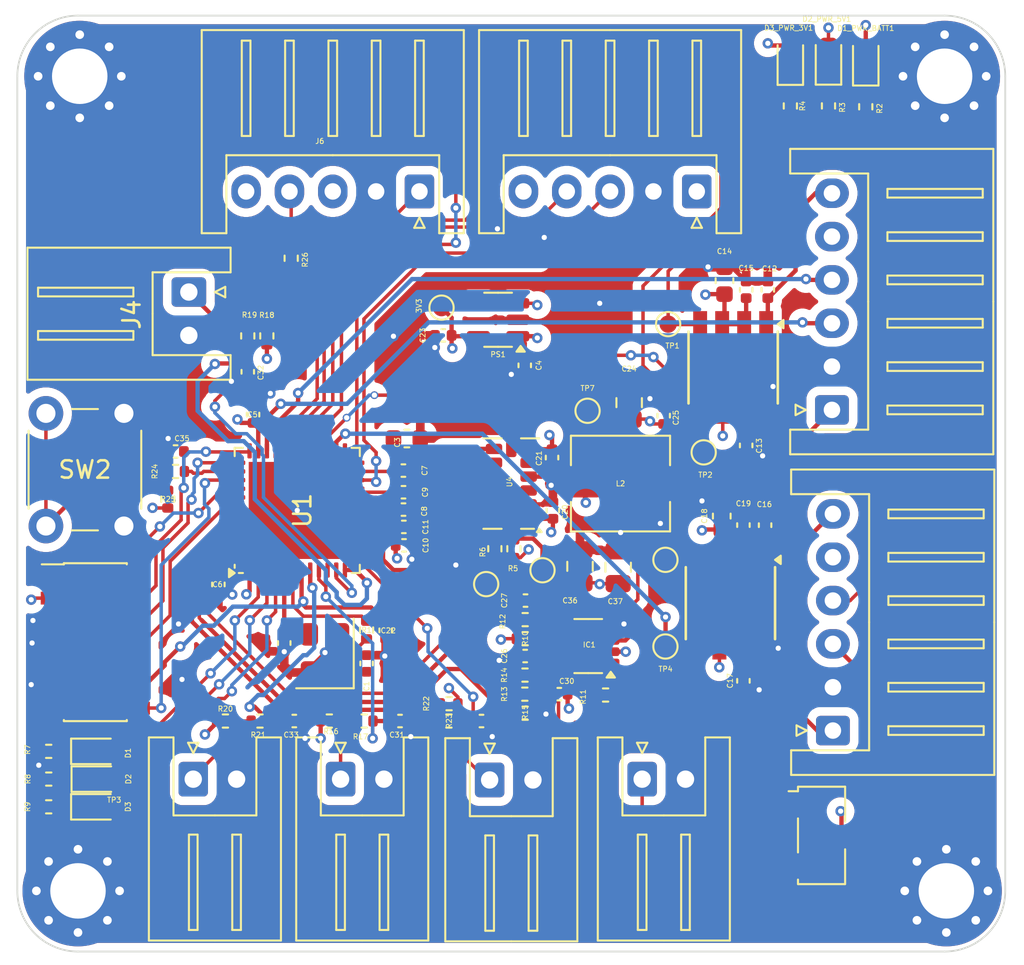
<source format=kicad_pcb>
(kicad_pcb (version 20241229) (generator "pcbnew") (generator_version "9.0")
  (layers (0 "F.Cu" signal) (4 "In1.Cu" signal "In1.Cu GND") (6 "In2.Cu" signal "In2.Cu PWR") (2 "B.Cu" signal) (13 "F.Paste" user) (15 "B.Paste" user) (5 "F.SilkS" user "F.Silkscreen") (7 "B.SilkS" user "B.Silkscreen") (1 "F.Mask" user) (3 "B.Mask" user) (25 "Edge.Cuts" user))
  (net 0 "")
  (net 1 "+3.3V")
  (net 2 "Net-(C1-Pad2)")
  (net 3 "GND")
  (net 4 "Net-(U1-PF0)")
  (net 5 "+5V")
  (net 6 "/Actionneurs/MOTEUR1+")
  (net 7 "/Actionneurs/MOTEUR1-")
  (net 8 "+BATT")
  (net 9 "/Actionneurs/MOTEUR2+")
  (net 10 "/Actionneurs/MOTEUR2-")
  (net 11 "/STM32/NRST")
  (net 12 "Net-(IC1-VCC)")
  (net 13 "Net-(C27-Pad1)")
  (net 14 "Net-(IC1-SW)")
  (net 15 "Net-(C30-Pad1)")
  (net 16 "/STM32/BORDER_2")
  (net 17 "/STM32/BORDER_4")
  (net 18 "/STM32/BORDER_1")
  (net 19 "/STM32/BORDER_3")
  (net 20 "/STM32/LD_ST1")
  (net 21 "Net-(D1-K)")
  (net 22 "Net-(D1_PWR_BATT1-K)")
  (net 23 "/STM32/LD_ST2")
  (net 24 "Net-(D2-K)")
  (net 25 "Net-(D2_PWR_5V1-K)")
  (net 26 "Net-(D3-K)")
  (net 27 "/STM32/LD_ST3")
  (net 28 "Net-(D3_PWR_3V1-K)")
  (net 29 "Net-(IC1-PG)")
  (net 30 "Net-(IC1-EN{slash}SYNC)")
  (net 31 "Net-(IC1-BST)")
  (net 32 "Net-(IC1-FB)")
  (net 33 "/STM32/SWO")
  (net 37 "/STM32/SWDIO")
  (net 39 "/STM32/SWCLK")
  (net 40 "Net-(J2-Pin_1)")
  (net 41 "/Actionneurs/ENCOD_A1")
  (net 42 "/Actionneurs/ENCOD_B1")
  (net 45 "Net-(J4-Pin_1)")
  (net 46 "/Actionneurs/ENCOD_A2")
  (net 47 "/Actionneurs/ENCOD_B2")
  (net 48 "Net-(J7-Pin_1)")
  (net 49 "Net-(J8-Pin_1)")
  (net 50 "Net-(J9-Pin_1)")
  (net 51 "/STM32/RX_SWD")
  (net 52 "/STM32/TX_SWD")
  (net 54 "Net-(U1-PF1)")
  (net 55 "/STM32/SCL")
  (net 56 "/STM32/SDA")
  (net 58 "/Actionneurs/FWD1")
  (net 59 "/Actionneurs/REV1")
  (net 60 "/Actionneurs/FWD2")
  (net 61 "/Actionneurs/REV2")
  (net 63 "/STM32/LIDAR_M_CTR")
  (net 67 "/STM32/BLE_RX")
  (net 68 "/STM32/BLE_TX")
  (net 69 "/STM32/INT1_ACC")
  (net 71 "/STM32/LIDAR_TX")
  (net 73 "/STM32/INT2_ACC")
  (net 81 "/STM32/CHAT{slash}SOURIS")
  (net 82 "Net-(R24-Pad2)")
  (net 83 "Net-(J6-Pin_4)")
  (footprint "Resistor_SMD:R_0402_1005Metric" (layer "F.Cu") (at 168.94 114.2)
    (property "Reference" "R11")
    (property "Value" "100k" (hide yes))
  )
  (footprint "Resistor_SMD:R_0402_1005Metric" (layer "F.Cu") (at 149 115.7)
    (property "Reference" "R21")
    (property "Value" "10k" (hide yes))
  )
  (footprint "Capacitor_SMD:C_0402_1005Metric" (layer "F.Cu") (at 157.28 102.5 180)
    (property "Reference" "C9")
    (property "Value" "1u" (hide yes))
  )
  (footprint "Capacitor_SMD:C_0402_1005Metric" (layer "F.Cu") (at 148.295 95.55 -90)
    (property "Reference" "C32")
    (property "Value" "10n" (hide yes))
  )
  (footprint "Connector_JST:JST_XH_S2B-XH-A_1x02_P2.50mm_Horizontal" (layer "F.Cu") (at 153.65 119.055)
    (property "Reference" "J7" (hide yes))
    (property "Value" "BORDER" (hide yes))
  )
  (footprint "MountingHole:MountingHole_3.2mm_M3_Pad_Via" (layer "F.Cu") (at 188.6 125.5)
    (property "Reference" "H3" (hide yes))
    (property "Value" "MountingHole_Pad" (hide yes))
  )
  (footprint "Resistor_SMD:R_0402_1005Metric" (layer "F.Cu") (at 164.3 109.85 180)
    (property "Reference" "R12")
    (property "Value" "20R" (hide yes))
  )
  (footprint "TestPoint:TestPoint_Pad_D1.0mm" (layer "F.Cu") (at 172.3925 111.4 90)
    (property "Reference" "TP4")
    (property "Value" "TestPoint" (hide yes))
  )
  (footprint "Package_TO_SOT_SMD:TSOT-23-5" (layer "F.Cu") (at 162.7375 92.55 180)
    (property "Reference" "PS1")
    (property "Value" "BU33SD5WG-TR" (hide yes))
  )
  (footprint "Capacitor_SMD:C_0402_1005Metric" (layer "F.Cu") (at 157.08 115.7)
    (property "Reference" "C31")
    (property "Value" "10n" (hide yes))
  )
  (footprint "TestPoint:TestPoint_Pad_D1.0mm" (layer "F.Cu") (at 159.475 91.85 180)
    (property "Reference" "3V3")
    (property "Value" "TestPoint" (hide yes))
  )
  (footprint "Capacitor_SMD:C_0402_1005Metric" (layer "F.Cu") (at 157.3 104.5 180)
    (property "Reference" "C11")
    (property "Value" "100n" (hide yes))
  )
  (footprint "TestPoint:TestPoint_Pad_D1.0mm" (layer "F.Cu") (at 172.55 92.8 180)
    (property "Reference" "TP1")
    (property "Value" "TestPoint" (hide yes))
  )
  (footprint "Capacitor_SMD:C_0402_1005Metric" (layer "F.Cu") (at 164.32 108.75)
    (property "Reference" "C27")
    (property "Value" "100uF" (hide yes))
  )
  (footprint "TestPoint:TestPoint_Pad_D1.0mm" (layer "F.Cu") (at 172.3925 106.4 90)
    (property "Reference" "TP3")
    (property "Value" "TestPoint" (hide yes))
  )
  (footprint "Capacitor_SMD:C_0402_1005Metric" (layer "F.Cu") (at 177.05 99.8 -90)
    (property "Reference" "C13")
    (property "Value" "100n" (hide yes))
  )
  (footprint "LED_SMD:LED_0603_1608Metric" (layer "F.Cu") (at 179.6 77.5125 90)
    (property "Reference" "D3_PWR_3V1")
    (property "Value" "LED" (hide yes))
  )
  (footprint "Package_SO:Diodes_SO-8EP" (layer "F.Cu") (at 176.1425 108.9 -90)
    (property "Reference" "U3" (hide yes))
    (property "Value" "ZXBM5210-SP" (hide yes))
  )
  (footprint "Capacitor_SMD:C_0402_1005Metric" (layer "F.Cu") (at 146.6 107.82 90)
    (property "Reference" "C6")
    (property "Value" "100n" (hide yes))
  )
  (footprint "Package_TO_SOT_SMD:TSOT-23-8" (layer "F.Cu") (at 167.9375 111.375 180)
    (property "Reference" "IC1")
    (property "Value" "MP1475DJ-LF-P" (hide yes))
  )
  (footprint "LED_SMD:LED_0603_1608Metric" (layer "F.Cu") (at 139.5875 120.65)
    (property "Reference" "D3")
    (property "Value" "LED" (hide yes))
  )
  (footprint "Capacitor_SMD:C_0402_1005Metric" (layer "F.Cu") (at 165.85 100.5 90)
    (property "Reference" "C21")
    (property "Value" "100nF" (hide yes))
  )
  (footprint "MountingHole:MountingHole_3.2mm_M3_Pad_Via" (layer "F.Cu") (at 138.5 125.5)
    (property "Reference" "H4" (hide yes))
    (property "Value" "MountingHole_Pad" (hide yes))
  )
  (footprint "Resistor_SMD:R_0402_1005Metric" (layer "F.Cu") (at 147.005 115.7)
    (property "Reference" "R20")
    (property "Value" "10k" (hide yes))
  )
  (footprint "Resistor_SMD:R_0402_1005Metric" (layer "F.Cu") (at 155.15 110.45 90)
    (property "Reference" "R1")
    (property "Value" "10" (hide yes))
  )
  (footprint "Resistor_SMD:R_0402_1005Metric" (layer "F.Cu") (at 155.01 115.7)
    (property "Reference" "R17")
    (property "Value" "10k" (hide yes))
  )
  (footprint "Resistor_SMD:R_0402_1005Metric" (layer "F.Cu") (at 150.8 89 -90)
    (property "Reference" "R26")
    (property "Value" "470R")
  )
  (footprint "Resistor_SMD:R_0402_1005Metric" (layer "F.Cu") (at 136.81 120.65 180)
    (property "Reference" "R9")
    (property "Value" "1k6" (hide yes))
  )
  (footprint "Button_Switch_SMD:Nidec_Copal_CAS-120A" (layer "F.Cu") (at 181.4 122.3)
    (property "Reference" "SW1" (hide yes))
    (property "Value" "ON/OFF" (hide yes))
  )
  (footprint "Capacitor_SMD:C_0402_1005Metric" (layer "F.Cu") (at 176.8925 104.395 90)
    (property "Reference" "C19")
    (property "Value" "1u" (hide yes))
  )
  (footprint "TestPoint:TestPoint_Pad_D1.0mm" (layer "F.Cu") (at 162.05 107.8 90)
    (property "Reference" "TP5" (hide yes))
    (property "Value" "TestPoint" (hide yes))
  )
  (footprint "Package_SO:Diodes_SO-8EP" (layer "F.Cu") (at 176.3 95.3 -90)
    (property "Reference" "U2" (hide yes))
    (property "Value" "ZXBM5210-SP" (hide yes))
  )
  (footprint "Capacitor_SMD:C_0402_1005Metric" (layer "F.Cu") (at 165.9 103.55 -90)
    (property "Reference" "C20")
    (property "Value" "1uF" (hide yes))
  )
  (footprint "Capacitor_SMD:C_0805_2012Metric" (layer "F.Cu") (at 167.465 106.775 90)
    (property "Reference" "C36")
    (property "Value" "22uF")
  )
  (footprint "Resistor_SMD:R_0402_1005Metric" (layer "F.Cu") (at 159.9 115.7)
    (property "Reference" "R23")
    (property "Value" "10k" (hide yes))
  )
  (footprint "Capacitor_SMD:C_0402_1005Metric" (layer "F.Cu") (at 166.27 114.15)
    (property "Reference" "C30")
    (property "Value" "15pF" (hide yes))
  )
  (footprint "MountingHole:MountingHole_3.2mm_M3_Pad_Via" (layer "F.Cu") (at 138.6 78.5)
    (property "Reference" "H1" (hide yes))
    (property "Value" "MountingHole_Pad" (hide yes))
  )
  (footprint "Capacitor_SMD:C_0402_1005Metric" (layer "F.Cu") (at 178.1425 104.4 -90)
    (property "Reference" "C16")
    (property "Value" "100n" (hide yes))
  )
  (footprint "Capacitor_SMD:C_0603_1608Metric" (layer "F.Cu") (at 157.475 99.4 180)
    (property "Reference" "C3")
    (property "Value" "4.7uF" (hide yes))
  )
  (footprint "Package_DFN_QFN:QFN-48-1EP_7x7mm_P0.5mm_EP5.6x5.6mm" (layer "F.Cu") (at 151.15 103.55 90)
    (property "Reference" "U1")
    (property "Value" "STM32G431CBUx" (hide yes))
  )
  (footprint "Capacitor_SMD:C_0402_1005Metric" (layer "F.Cu") (at 172.29 98.08 90)
    (property "Reference" "C25")
    (property "Value" "100nF" (hide yes))
  )
  (footprint "Resistor_SMD:R_0402_1005Metric" (layer "F.Cu") (at 181.8 80.21 -90)
    (property "Reference" "R3")
    (property "Value" "3k3" (hide yes))
  )
  (footprint "Resistor_SMD:R_0402_1005Metric" (layer "F.Cu") (at 143.68 102.9 -90)
    (property "Reference" "R25")
    (property "Value" "1k" (hide yes))
  )
  (footprint "Resistor_SMD:R_0402_1005Metric" (layer "F.Cu") (at 153 115.7)
    (property "Reference" "R16")
    (property "Value" "10k" (hide yes))
  )
  (footprint "Capacitor_SMD:C_0603_1608Metric" (layer "F.Cu") (at 175.6425 103.875 90)
    (property "Reference" "C18")
    (property "Value" "10u")
  )
  (footprint "Connector_JST:JST_XH_S2B-XH-A_1x02_P2.50mm_Horizontal" (layer "F.Cu") (at 145.15 119.055)
    (property "Reference" "J8" (hide yes))
    (property "Value" "BORDER" (hide yes))
  )
  (footprint "Capacitor_SMD:C_0603_1608Metric" (layer "F.Cu") (at 175.8 90.295 90)
    (property "Reference" "C14")
    (property "Value" "10u")
  )
  (footprint "Resistor_SMD:R_0402_1005Metric" (layer "F.Cu") (at 164.28 114.15)
    (property "Reference" "R13")
    (property "Value" "40.2k" (hide yes))
  )
  (footprint "Capacitor_SMD:C_0402_1005Metric" (layer "F.Cu") (at 161.78 115.7)
    (property "Reference" "C34" (hide yes))
    (property "Value" "10n" (hide yes))
  )
  (footprint "Resistor_SMD:R_0402_1005Metric" (layer "F.Cu") (at 164.3 110.95)
    (property "Reference" "R10")
    (property "Value" "100k" (hide yes))
  )
  (footprint "Capacitor_SMD:C_0402_1005Metric" (layer "F.Cu") (at 176.8925 113.38 -90)
    (property "Reference" "C17")
    (property "Value" "100n" (hide yes))
  )
  (footprint "Connector_JST:JST_XH_S6B-XH-A_1x06_P2.50mm_Horizontal" (layer "F.Cu") (at 182.055 116.25 90)
    (property "Reference" "J5" (hide yes))
    (property "Value" "Conn_01x06" (hide yes))
  )
  (footprint "Connector_JST:JST_XH_S5B-XH-A_1x05_P2.50mm_Horizontal" (layer "F.Cu") (at 158.2 85.145 180)
    (property "Reference" "J6")
    (property "Value" "Conn_01x05" (hide yes))
  )
  (footprint "Resistor_SMD:R_0402_1005Metric" (layer "F.Cu") (at 164.29 113.05 180)
    (property "Reference" "R14")
    (property "Value" "16k" (hide yes))
  )
  (footprint "LED_SMD:LED_0603_1608Metric" (layer "F.Cu") (at 139.6125 119.05)
    (property "Reference" "D2")
    (property "Value" "LED" (hide yes))
  )
  (footprint "TestPoint:TestPoint_Pad_D1.0mm" (layer "F.Cu") (at 165.3 107 90)
    (property "Reference" "TP6" (hide yes))
    (property "Value" "TestPoint" (hide yes))
  )
  (footprint "TestPoint:TestPoint_Pad_D1.0mm" (layer "F.Cu") (at 167.9 97.8 180)
    (property "Reference" "TP7")
    (property "Value" "TestPoint" (hide yes))
  )
  (footprint "LED_SMD:LED_0603_1608Metric" (layer "F.Cu") (at 139.5875 117.45)
    (property "Reference" "D1")
    (property "Value" "LED" (hide yes))
  )
  (footprint "Capacitor_SMD:C_0402_1005Metric" (layer "F.Cu") (at 144.13 100.15 180)
    (property "Reference" "C35")
    (property "Value" "100n" (hide yes))
  )
  (footprint "Capacitor_SMD:C_0402_1005Metric" (layer "F.Cu") (at 178.3 90.82 -90)
    (property "Reference" "C12")
    (property "Value" "100n" (hide yes))
  )
  (footprint "Capacitor_SMD:C_0402_1005Metric" (layer "F.Cu") (at 156.25 110.47 90)
    (property "Reference" "C22")
    (property "Value" "100n" (hide yes))
  )
  (footprint "Connector_JST:JST_XH_S2B-XH-A_1x02_P2.50mm_Horizontal" (layer "F.Cu") (at 144.895 90.95 -90)
    (property "Reference" "J4")
    (property "Value" "BORDER" (hide yes))
  )
  (footprint "Connector_JST:JST_XH_S6B-XH-A_1x06_P2.50mm_Horizontal" (layer "F.Cu") (at 182 97.75 90)
    (property "Reference" "J3" (hide yes))
    (property "Value" "Conn_01x06" (hide yes))
  )
  (footprint "Capacitor_SMD:C_0402_1005Metric" (layer "F.Cu") (at 148.6 98.02 -90)
    (property "Reference" "C5")
    (property "Value" "100n" (hide yes))
  )
  (footprint "Capacitor_SMD:C_0402_1005Metric" (layer "F.Cu") (at 157.28 103.5 180)
    (property "Reference" "C8")
    (property "Value" "10n" (hide yes))
  )
  (footprint "TestPoint:TestPoint_Pad_D1.0mm" (layer "F.Cu") (at 174.6 100.2 180)
    (property "Reference" "TP2")
    (property "Value" "TestPoint" (hide yes))
  )
  (footprint "Resistor_SMD:R_0402_1005Metric" (layer "F.Cu") (at 163.65 105.76 -90)
    (property "Reference" "R5")
    (property "Value" "1k" (hide yes))
  )
  (footprint "Inductor_SMD:L_Wuerth_HCI-5040" (layer "F.Cu") (at 169.8 102 180)
    (property "Reference" "L2")
    (property "Value" "4.7uH" (hide yes))
  )
  (footprint "Capacitor_SMD:C_0402_1005Metric" (layer "F.Cu") (at 159.575 93.45 180)
    (property "Reference" "C23")
    (property "Value" "1uF" (hide yes))
  )
  (footprint "LED_SMD:LED_0603_1608Metric" (layer "F.Cu") (at 183.95 77.55 90)
    (property "Reference" "D1_PWR_BATT1")
    (property "Value" "LED" (hide yes))
  )
  (footprint "Connector_JST:JST_XH_S2B-XH-A_1x02_P2.50mm_Horizontal" (layer "F.Cu") (at 162.25 119.1)
    (property "Reference" "J9" (hide yes))
    (property "Value" "BORDER" (hide yes))
  )
  (footprint "Resistor_SMD:R_0402_1005Metric" (layer "F.Cu") (at 136.8125 119.05 180)
    (property "Reference" "R8")
    (property "Value" "1k6" (hide yes))
  )
  (footprint "Connector_PinHeader_1.27mm:PinHeader_2x07_P1.27mm_Vertical_SMD" (layer "F.Cu") (at 139.5 111.15)
    (property "Reference" "J1" (hide yes))
    (property "Value" "Conn_ST_STDC14" (hide yes))
  )
  (footprint "Resistor_SMD:R_0402_1005Metric" (layer "F.Cu") (at 162.55 105.76 -90)
    (property "Reference" "R6")
    (property "Value" "1k" (hide yes))
  )
  (footprint "Resistor_SMD:R_0402_1005Metric" (layer "F.Cu") (at 179.6 80.2125 -90)
    (property "Reference" "R4")
    (property "Value" "1k6" (hide yes))
  )
  (footprint "Package_LGA:LGA-14_3x5mm_P0.8mm_LayoutBorder1x6y" (layer "F.Cu") (at 163.5 102 180)
    (property "Reference" "U4")
    (property "Value" "ADXL343" (hide yes))
  )
  (footprint "Capacitor_SMD:C_0402_1005Metric" (layer "F.Cu") (at 150.98 115.7)
    (property "Reference" "C33")
    (property "Value" "10n" (hide yes))
  )
  (footprint "Resistor_SMD:R_0402_1005Metric" (layer "F.Cu") (at 136.81 117.45 180)
    (property "Reference" "R7")
    (property "Value" "1k6" (hide yes))
  )
  (footprint "Connector_JST:JST_XH_S2B-XH-A_1x02_P2.50mm_Horizontal" (layer "F.Cu") (at 171.05 119.055)
    (property "Reference" "J2" (hide yes))
    (property "Value" "Screw_Terminal_01x02" (hide yes))
  )
  (footprint "Resistor_SMD:R_0402_1005Metric" (layer "F.Cu") (at 183.95 80.26 -90)
    (property "Reference" "R2")
    (property "Value" "5k5" (hide yes))
  )
  (footprint "Capacitor_SMD:C_0402_1005Metric" (layer "F.Cu") (at 164.275 95.18 -90)
    (property "Reference" "C4")
    (property "Value" "0.47u" (hide yes))
  )
  (footprint "Capacitor_SMD:C_0402_1005Metric" (layer "F.Cu") (at 164.3 111.95 180)
    (property "Reference" "C26")
    (property "Value" "100nF" (hide yes))
  )
  (footprint "Resistor_SMD:R_0402_1005Metric" (layer "F.Cu") (at 159.91 114.7 180)
    (property "Reference" "R22")
    (property "Value" "10k" (hide yes))
  )
  (footprint "Resistor_SMD:R_0402_1005Metric" (layer "F.Cu") (at 144.13 101.3 180)
    (property "Reference" "R24")
    (property "Value" "1k" (hide yes))
  )
  (footprint "Capacitor_SMD:C_0805_2012Metric" (layer "F.Cu") (at 169.665 106.825 90)
    (property "Reference" "C37")
    (property "Value" "22uF")
  )
  (footprint "Capacitor_SMD:C_0402_1005Metric" (layer "F.Cu") (at 177.05 90.82 90)
    (property "Reference" "C15")
    (property "Value" "1u" (hide yes))
  )
  (footprint "Capacitor_SMD:C_0402_1005Metric" (layer "F.Cu") (at 155.15 112.38 -90)
    (property "Reference" "C1")
    (property "Value" "10p" (hide yes))
  )
  (footprint "Capacitor_SMD:C_0402_1005Metric" (layer "F.Cu") (at 157.31 105.565 180)
    (property "Reference" "C10")
    (property "Value" "1u" (hide yes))
  )
  (footprint "Crystal:Crystal_SMD_EuroQuartz_MT-4Pin_3.2x2.5mm" (layer "F.Cu") (at 152.75 111.8 90)
    (property "Reference" "Y1" (hide yes))
    (property "Value" "Crystal_GND24_Small" (hide yes))
  )
  (footprint "Button_Switch_THT:SW_PUSH_6mm_H9.5mm" (layer "F.Cu") (at 136.65 104.45 90)
    (property "Reference" "SW2")
    (property "Value" "SW_Push")
  )
  (footprint "Capacitor_SMD:C_0402_1005Metric" (layer "F.Cu") (at 157.275 101.25 180)
    (property "Reference" "C7")
    (property "Value" "100n" (hide yes))
  )
  (footprint "Resistor_SMD:R_0402_1005Metric" (layer "F.Cu") (at 148.295 93.48 -90)
    (property "Reference" "R19")
    (property "Value" "10k" (hide yes))
  )
  (footprint "Capacitor_SMD:C_0805_2012Metric" (layer "F.Cu") (at 170.3 97.33 90)
    (property "Reference" "C24")
    (property "Value" "22uF")
  )
  (footprint "LED_SMD:LED_0603_1608Metric" (layer "F.Cu") (at 181.8 77.5 90)
    (property "Reference" "D2_PWR_5V1")
    (property "Value" "LED" (hide yes))
  )
  (footprint "Capacitor_SMD:C_0402_1005Metric" (layer "F.Cu") (at 150.4 111.2 -90)
    (property "Reference" "C2" (hide yes))
    (property "Value" "10p" (hide yes))
  )
  (footprint "Connector_JST:JST_XH_S5B-XH-A_1x05_P2.50mm_Horizontal" (layer "F.Cu") (at 174.2 85.145 180)
    (property "Reference" "J11" (hide yes))
    (property "Value" "Conn_01x05" (hide yes))
  )
  (footprint "Resistor_SMD:R_0402_1005Metric" (layer "F.Cu") (at 164.3 115.25 180)
    (property "Reference" "R15")
    (property "Value" "7.68k" (hide yes))
  )
  (footprint "MountingHole:MountingHole_3.2mm_M3_Pad_Via" (layer "F.Cu") (at 188.5 78.5)
    (property "Reference" "H2" (hide yes))
    (property "Value" "MountingHole_Pad" (hide yes))
  )
  (footprint "Resistor_SMD:R_0402_1005Metric" (layer "F.Cu") (at 149.395 93.48 90)
    (property "Reference" "R18")
    (property "Value" "10k" (hide yes))
  )
  (gr_arc (start 192 125.5) (mid 190.974874 127.974874) (end 188.5 129) (stroke (width 0.1)) (layer "Edge.Cuts"))
  (gr_arc (start 135 78.5) (mid 136.025126 76.025126) (end 138.5 75) (stroke (width 0.1)) (layer "Edge.Cuts"))
  (gr_line (start 138.5 129) (end 188.5 129) (stroke (width 0.1)) (layer "Edge.Cuts"))
  (gr_arc (start 138.5 129) (mid 136.025126 127.974874) (end 135 125.5) (stroke (width 0.1)) (layer "Edge.Cuts"))
  (gr_line (start 188.5 75) (end 138.5 75) (stroke (width 0.1)) (layer "Edge.Cuts"))
  (gr_line (start 135 78.5) (end 135 125.5) (stroke (width 0.1)) (layer "Edge.Cuts"))
  (gr_arc (start 188.5 75) (mid 190.974874 76.025126) (end 192 78.5) (stroke (width 0.1)) (layer "Edge.Cuts"))
  (gr_line (start 192 125.5) (end 192 78.5) (stroke (width 0.1)) (layer "Edge.Cuts"))
  (segment (start 164.03 106.27) (end 164.5 105.8) (width 0.2) (layer "F.Cu") (net 1))
  (segment (start 156.2 104.5) (end 156.82 104.5) (width 0.2) (layer "F.Cu") (net 1))
  (segment (start 154.7875 102.5) (end 154.5875 102.3) (width 0.2) (layer "F.Cu") (net 1))
  (segment (start 156.745 101.3) (end 156.795 101.25) (width 0.2) (layer "F.Cu") (net 1))
  (segment (start 160.055 92.43) (end 160.055 93.45) (width 0.25) (layer "F.Cu") (net 1))
  (segment (start 147.36 107.34) (end 147.7125 106.9875) (width 0.25) (layer "F.Cu") (net 1))
  (segment (start 148.4 106.9875) (end 148.4 108.20147) (width 0.25) (layer "F.Cu") (net 1))
  (segment (start 148.4 106.9875) (end 147.7125 106.9875) (width 0.25) (layer "F.Cu") (net 1))
  (segment (start 156.8 103.5) (end 156.8 102.5) (width 0.2) (layer "F.Cu") (net 1))
  (segment (start 145.825 116.475) (end 146.5 115.8) (width 0.25) (layer "F.Cu") (net 1))
  (segment (start 164.5 100) (end 163.5 100) (width 0.25) (layer "F.Cu") (net 1))
  (segment (start 154.5875 101.3) (end 156.745 101.3) (width 0.2) (layer "F.Cu") (net 1))
  (segment (start 155.7 102.8) (end 156.1 103.2) (width 0.2) (layer "F.Cu") (net 1))
  (segment (start 165.85 99.35) (end 165.7 99.2) (width 0.25) (layer "F.Cu") (net 1))
  (segment (start 163.65 106.27) (end 164.03 106.27) (width 0.2) (layer "F.Cu") (net 1))
  (segment (start 178.425 76.725) (end 178.3 76.6) (width 0.25) (layer "F.Cu") (net 1))
  (segment (start 137.55 108.61) (end 135.89 108.61) (width 0.2) (layer "F.Cu") (net 1))
  (segment (start 149.4 93.995) (end 149.395 93.99) (width 0.25) (layer "F.Cu") (net 1))
  (segment (start 160.42 114.32) (end 159.9 113.8) (width 0.2) (layer "F.Cu") (net 1))
  (segment (start 148.9 100.1125) (end 148.9 98.8) (width 0.25) (layer "F.Cu") (net 1))
  (segment (start 146.5 115.8) (end 146.5 115.705) (width 0.25) (layer "F.Cu") (net 1))
  (segment (start 156.83 106.235) (end 156.91 106.315) (width 0.25) (layer "F.Cu") (net 1))
  (segment (start 156.83 105.565) (end 156.83 104.51) (width 0.25) (layer "F.Cu") (net 1))
  (segment (start 148.9 98.8) (end 148.6 98.5) (width 0.25) (layer "F.Cu") (net 1))
  (segment (start 160.055 93.45) (end 160.055 94.155) (width 0.25) (layer "F.Cu") (net 1))
  (segment (start 146.5 115.705) (end 146.495 115.7) (width 0.25) (layer "F.Cu") (net 1))
  (segment (start 165.85 100.02) (end 165.85 99.35) (width 0.25) (layer "F.Cu") (net 1))
  (segment (start 156.83 104.51) (end 156.82 104.5) (width 0.25) (layer "F.Cu") (net 1))
  (segment (start 147.7125 106.3) (end 147.7125 106.9875) (width 0.2) (layer "F.Cu") (net 1))
  (segment (start 160.055 94.155) (end 160.1 94.2) (width 0.25) (layer "F.Cu") (net 1))
  (segment (start 148.6 98.5) (end 147.9 98.5) (width 0.25) (layer "F.Cu") (net 1))
  (segment (start 143.68 103.41) (end 142.81 103.41) (width 0.2) (layer "F.Cu") (net 1))
  (segment (start 148.4 108.20147) (end 148.213235 108.388235) (width 0.25) (layer "F.Cu") (net 1))
  (segment (start 156.7 101.155) (end 156.795 101.25) (width 0.2) (layer "F.Cu") (net 1))
  (segment (start 159.475 91.85) (end 160.055 92.43) (width 0.25) (layer "F.Cu") (net 1))
  (segment (start 146.62 107.5) (end 146.45 107.33) (width 0.2) (layer "F.Cu") (net 1))
  (segment (start 165.9 104.03) (end 165.9 104.7) (width 0.25) (layer "F.Cu") (net 1))
  (segment (start 156.83 105.565) (end 156.83 106.235) (width 0.25) (layer "F.Cu") (net 1))
  (segment (start 152.5 116.7) (end 152.5 115.71) (width 0.25) (layer "F.Cu") (net 1))
  (segment (start 147.9 98.5) (end 147.7 98.3) (width 0.25) (layer "F.Cu") (net 1))
  (segment (start 165.9 104.03) (end 164.53 104.03) (width 0.25) (layer "F.Cu") (net 1))
  (segment (start 156.825 101.22) (end 156.795 101.25) (width 0.25) (layer "F.Cu") (net 1))
  (segment (start 160.105 93.5) (end 160.055 93.45) (width 0.25) (layer "F.Cu") (net 1))
  (segment (start 135.89 108.61) (end 135.8 108.7) (width 0.2) (layer "F.Cu") (net 1))
  (segment (start 156.8 102.5) (end 154.7875 102.5) (width 0.2) (layer "F.Cu") (net 1))
  (segment (start 163.65 106.27) (end 162.55 106.27) (width 0.2) (layer "F.Cu") (net 1))
  (segment (start 149.4 94.8) (end 149.4 93.995) (width 0.25) (layer "F.Cu") (net 1))
  (segment (start 142.81 103.41) (end 142.8 103.4) (width 0.2) (layer "F.Cu") (net 1))
  (segment (start 156.1 104.4) (end 156.2 104.5) (width 0.2) (layer "F.Cu") (net 1))
  (segment (start 164.53 104.03) (end 164.5 104) (width 0.25) (layer "F.Cu") (net 1))
  (segment (start 165.9 104.7) (end 165.8 104.8) (width 0.25) (layer "F.Cu") (net 1))
  (segment (start 160.42 114.7) (end 160.42 114.32) (width 0.2) (layer "F.Cu") (net 1))
  (segment (start 146.6 107.34) (end 147.36 107.34) (width 0.25) (layer "F.Cu") (net 1))
  (segment (start 165.85 100.02) (end 164.52 100.02) (width 0.25) (layer "F.Cu") (net 1))
  (segment (start 156.7 99.4) (end 156.7 101.155) (width 0.2) (layer "F.Cu") (net 1))
  (segment (start 152.5 115.71) (end 152.49 115.7) (width 0.25) (layer "F.Cu") (net 1))
  (segment (start 164.52 100.02) (end 164.5 100) (width 0.25) (layer "F.Cu") (net 1))
  (segment (start 154.5875 102.8) (end 155.7 102.8) (width 0.2) (layer "F.Cu") (net 1))
  (segment (start 179.6 76.725) (end 178.425 76.725) (width 0.25) (layer "F.Cu") (net 1))
  (segment (start 161.6 93.5) (end 160.105 93.5) (width 0.25) (layer "F.Cu") (net 1))
  (segment (start 156.1 103.2) (end 156.1 104.4) (width 0.2) (layer "F.Cu") (net 1))
  (via (at 156.91 106.315) (size 0.6) (drill 0.3) (layers "F.Cu" "B.Cu") (net 1))
  (via (at 165.8 104.8) (size 0.6) (drill 0.3) (layers "F.Cu" "B.Cu") (net 1))
  (via (at 149.4 94.8) (size 0.6) (drill 0.3) (layers "F.Cu" "B.Cu") (net 1))
  (via (at 165.7 99.2) (size 0.6) (drill 0.3) (layers "F.Cu" "B.Cu") (net 1))
  (via (at 148.213235 108.388235) (size 0.6) (drill 0.3) (layers "F.Cu" "B.Cu") (net 1))
  (via (at 160.1 94.2) (size 0.6) (drill 0.3) (layers "F.Cu" "B.Cu") (net 1))
  (via (at 178.3 76.6) (size 0.6) (drill 0.3) (layers "F.Cu" "B.Cu") (net 1))
  (via (at 152.5 116.7) (size 0.6) (drill 0.3) (layers "F.Cu" "B.Cu") (net 1))
  (via (at 164.5 105.8) (size 0.6) (drill 0.3) (layers "F.Cu" "B.Cu") (net 1))
  (via (at 159.9 113.8) (size 0.6) (drill 0.3) (layers "F.Cu" "B.Cu") (net 1))
  (via (at 147.7 98.3) (size 0.6) (drill 0.3) (layers "F.Cu" "B.Cu") (net 1))
  (via (at 135.8 108.7) (size 0.6) (drill 0.3) (layers "F.Cu" "B.Cu") (net 1))
  (via (at 142.8 103.4) (size 0.6) (drill 0.3) (layers "F.Cu" "B.Cu") (net 1))
  (via (at 145.825 116.475) (size 0.6) (drill 0.3) (layers "F.Cu" "B.Cu") (net 1))
  (segment (start 155.15 112.86) (end 153.69 112.86) (width 0.25) (layer "F.Cu") (net 2))
  (segment (start 153.69 112.86) (end 153.65 112.9) (width 0.25) (layer "F.Cu") (net 2))
  (segment (start 153.65 112.46) (end 153.65 112.9) (width 0.2) (layer "F.Cu") (net 2))
  (segment (start 155.15 110.96) (end 153.65 112.46) (width 0.2) (layer "F.Cu") (net 2))
  (segment (start 163.15 111.95) (end 163.82 111.95) (width 0.2) (layer "F.Cu") (net 3))
  (segment (start 178.205 97.7975) (end 178.205 96.795) (width 0.2) (layer "F.Cu") (net 3))
  (segment (start 175.5425 103) (end 175.6425 103.1) (width 0.2) (layer "F.Cu") (net 3))
  (segment (start 170.78 96.38) (end 171.5 97.1) (width 0.2) (layer "F.Cu") (net 3))
  (segment (start 172 97.6) (end 171.5 97.1) (width 0.2) (layer "F.Cu") (net 3))
  (segment (start 164.275 95.66) (end 163.54 95.66) (width 0.2) (layer "F.Cu") (net 3))
  (segment (start 135.9 111.15) (end 135.85 111.2) (width 0.2) (layer "F.Cu") (net 3))
  (segment (start 178.3 90.34) (end 177.71 90.34) (width 0.25) (layer "F.Cu") (net 3))
  (segment (start 176.8925 103.7925) (end 176.2 103.1) (width 0.2) (layer "F.Cu") (net 3))
  (segment (start 157.7 115.84) (end 157.56 115.7) (width 0.2) (layer "F.Cu") (net 3))
  (segment (start 150.4 111.7) (end 150.4 112.3) (width 0.2) (layer "F.Cu") (net 3))
  (segment (start 157.79 106.335) (end 157.76 106.365) (width 0.25) (layer "F.Cu") (net 3))
  (segment (start 149.34 96.8) (end 148.6 97.54) (width 0.25) (layer "F.Cu") (net 3))
  (segment (start 177.05 100.28) (end 177.88 100.28) (width 0.2) (layer "F.Cu") (net 3))
  (segment (start 158.25 99.4) (end 158.25 100.755) (width 0.2) (layer "F.Cu") (net 3))
  (segment (start 151.85 112.65) (end 152.75 111.75) (width 0.2) (layer "F.Cu") (net 3))
  (segment (start 177.05 90.34) (end 177.69 90.34) (width 0.25) (layer "F.Cu") (net 3))
  (segment (start 176.9325 113.9) (end 176.8925 113.86) (width 0.2) (layer "F.Cu") (net 3))
  (segment (start 147.42 96.03) (end 147.35 96.1) (width 0.2) (layer "F.Cu") (net 3))
  (segment (start 136.2375 117.5125) (end 136.3 117.45) (width 0.25) (layer "F.Cu") (net 3))
  (segment (start 157.78 103.52) (end 157.76 103.5) (width 0.25) (layer "F.Cu") (net 3))
  (segment (start 178.15 111.5) (end 178.0475 111.3975) (width 0.2) (layer "F.Cu") (net 3))
  (segment (start 169.615 105.825) (end 169.665 105.875) (width 0.2) (layer "F.Cu") (net 3))
  (segment (start 172.29 97.6) (end 172 97.6) (width 0.2) (layer "F.Cu") (net 3))
  (segment (start 157.79 104.51) (end 157.78 104.5) (width 0.25) (layer "F.Cu") (net 3))
  (segment (start 155.15 111.9) (end 156.15 111.9) (width 0.2) (layer "F.Cu") (net 3))
  (segment (start 159.095 94.1425) (end 159.0875 94.15) (width 0.2) (layer "F.Cu") (net 3))
  (segment (start 164.83 115.27) (end 164.81 115.25) (width 0.25) (layer "F.Cu") (net 3))
  (segment (start 177.8 113.9) (end 176.9325 113.9) (width 0.2) (layer "F.Cu") (net 3))
  (segment (start 157.81 105.585) (end 157.79 105.565) (width 0.25) (layer "F.Cu") (net 3))
  (segment (start 157.79 105.565) (end 157.79 106.335) (width 0.25) (layer "F.Cu") (net 3))
  (segment (start 164.5 100.8) (end 165.67 100.8) (width 0.25) (layer "F.Cu") (net 3))
  (segment (start 175.8 89.52) (end 174.87 89.52) (width 0.25) (layer "F.Cu") (net 3))
  (segment (start 163.54 95.66) (end 163.5 95.7) (width 0.2) (layer "F.Cu") (net 3))
  (segment (start 177.88 100.28) (end 178 100.4) (width 0.2) (layer "F.Cu") (net 3))
  (segment (start 146.6 108.3) (end 147.3 108.3) (width 0.2) (layer "F.Cu") (net 3))
  (segment (start 135.92 109.88) (end 135.9 109.9) (width 0.25) (layer "F.Cu") (net 3))
  (segment (start 137.55 111.15) (end 135.9 111.15) (width 0.2) (layer "F.Cu") (net 3))
  (segment (start 177.5 95.3) (end 178.6 96.4) (width 0.2) (layer "F.Cu") (net 3))
  (segment (start 157.78 104.5) (end 157.78 103.52) (width 0.25) (layer "F.Cu") (net 3))
  (segment (start 136.3 118.1875) (end 136.2375 118.25) (width 0.25) (layer "F.Cu") (net 3))
  (segment (start 143.65 99.45) (end 143.7 99.4) (width 0.2) (layer "F.Cu") (net 3))
  (segment (start 178.205 96.795) (end 178.6 96.4) (width 0.2) (layer "F.Cu") (net 3))
  (segment (start 143.65 100.15) (end 143.65 99.45) (width 0.2) (layer "F.Cu") (net 3))
  (segment (start 165.85 102.05) (end 165.8 102.1) (width 0.25) (layer "F.Cu") (net 3))
  (segment (start 151.6 115.84) (end 151.46 115.7) (width 0.2) (layer "F.Cu") (net 3))
  (segment (start 169.665 104.965) (end 169.805 104.825) (width 0.2) (layer "F.Cu") (net 3))
  (segment (start 176.2 103.1) (end 175.6425 103.1) (width 0.2) (layer "F.Cu") (net 3))
  (segment (start 178.05 111.4) (end 178.0475 111.3975) (width 0.25) (layer "F.Cu") (net 3))
  (segment (start 137.55 109.88) (end 135.92 109.88) (width 0.25) (layer "F.Cu") (net 3))
  (segment (start 162.4 115.84) (end 162.26 115.7) (width 0.2) (layer "F.Cu") (net 3))
  (segment (start 169.7 110.4) (end 170 110.1) (width 0.2) (layer "F.Cu") (net 3))
  (segment (start 165.9 103.07) (end 165.9 102.2) (width 0.25) (layer "F.Cu") (net 3))
  (segment (start 151 112.9) (end 151.85 112.9) (width 0.2) (layer "F.Cu") (net 3))
  (segment (start 135.89 113.69) (end 135.8 113.6) (width 0.25) (layer "F.Cu") (net 3))
  (segment (start 176.3 95.3) (end 177.5 95.3) (width 0.2) (layer "F.Cu") (net 3))
  (segment (start 148.295 96.03) (end 147.42 96.03) (width 0.2) (layer "F.Cu") (net 3))
  (segment (start 159.095 93.45) (end 159.095 94.1425) (width 0.2) (layer "F.Cu") (net 3))
  (segment (start 169.805 104.825) (end 169.805 105.735) (width 0.2) (layer "F.Cu") (net 3))
  (segment (start 176.8925 103.915) (end 176.8925 103.7925) (width 0.2) (layer "F.Cu") (net 3))
  (segment (start 136.3025 119.05) (end 136.3025 118.315) (width 0.25) (layer "F.Cu") (net 3))
  (segment (start 157.7 116.6) (end 157.7 115.84) (width 0.2) (layer "F.Cu") (net 3))
  (segment (start 164.81 115.25) (end 165.45 115.25) (width 0.25) (layer "F.Cu") (net 3))
  (segment (start 156.15 111.9) (end 156.2 111.95) (width 0.2) (layer "F.Cu") (net 3))
  (segment (start 164.5 103.2) (end 165.77 103.2) (width 0.25) (layer "F.Cu") (net 3))
  (segment (start 136.3 119.0525) (end 136.3025 119.05) (width 0.25) (layer "F.Cu") (net 3))
  (segment (start 169.805 105.735) (end 169.665 105.875) (width 0.2) (layer "F.Cu") (net 3))
  (segment (start 162.8 112.2) (end 162.9 112.2) (width 0.2) (layer "F.Cu") (net 3))
  (segment (start 170.3 96.38) (end 170.78 96.38) (width 0.2) (layer "F.Cu") (net 3))
  (segment (start 162.4 116.6) (end 162.4 115.84) (width 0.2) (layer "F.Cu") (net 3))
  (segment (start 147.3 108.3) (end 147.4 108.4) (width 0.2) (layer "F.Cu") (net 3))
  (segment (start 158.25 100.755) (end 157.755 101.25) (width 0.2) (layer "F.Cu") (net 3))
  (segment (start 178.1425 103.92) (end 176.8975 103.92) (width 0.2) (layer "F.Cu") (net 3))
  (segment (start 178.9 111.5) (end 178.15 111.5) (width 0.2) (layer "F.Cu") (net 3))
  (segment (start 176.23 89.52) (end 177.05 90.34) (width 0.25) (layer "F.Cu") (net 3))
  (segment (start 162.9 112.2) (end 163.15 111.95) (width 0.2) (layer "F.Cu") (net 3))
  (segment (start 151.85 112.9) (end 151.85 112.65) (width 0.2) (layer "F.Cu") (net 3))
  (segment (start 174.87 89.52) (end 174.85 89.5) (width 0.25) (layer "F.Cu") (net 3))
  (segment (start 143.6 100.2) (end 143.65 100.15) (width 0.2) (layer "F.Cu") (net 3))
  (segment (start 137.55 113.69) (end 135.89 113.69) (width 0.25) (layer "F.Cu") (net 3))
  (segment (start 157.76 101.255) (end 157.755 101.25) (width 0.2) (layer "F.Cu") (net 3))
  (segment (start 181.955 113.85) (end 182.055 113.75) (width 0.25) (layer "F.Cu") (net 3))
  (segment (start 136.2375 118.985) (end 136.3025 119.05) (width 0.25) (layer "F.Cu") (net 3))
  (segment (start 165.67 100.8) (end 165.85 100.98) (width 0.25) (layer "F.Cu") (net 3))
  (segment (start 165.9 102.2) (end 165.8 102.1) (width 0.25) (layer "F.Cu") (net 3))
  (segment (start 157.76 102.5) (end 157.76 101.255) (width 0.2) (layer "F.Cu") (net 3))
  (segment (start 153.65 110.85) (end 152.75 111.75) (width 0.2) (layer "F.Cu") (net 3))
  (segment (start 136.3025 118.315) (end 136.2375 118.25) (width 0.25) (layer "F.Cu") (net 3))
  (segment (start 136.3 120.65) (end 136.3 119.0525) (width 0.25) (layer "F.Cu") (net 3))
  (segment (start 165.45 115.25) (end 165.5 115.3) (width 0.25) (layer "F.Cu") (net 3))
  (segment (start 165.23 101.6) (end 165.85 100.98) (width 0.25) (layer "F.Cu") (net 3))
  (segment (start 157.76 103.5) (end 157.76 102.5) (width 0.2) (layer "F.Cu") (net 3))
  (segment (start 174.5 103) (end 175.5425 103) (width 0.2) (layer "F.Cu") (net 3))
  (segment (start 153.65 110.7) (end 153.65 110.85) (width 0.2) (layer "F.Cu") (net 3))
  (segment (start 165.85 100.98) (end 165.85 102.05) (width 0.25) (layer "F.Cu") (net 3))
  (segment (start 149.6 96.8) (end 149.34 96.8) (width 0.25) (layer "F.Cu") (net 3))
  (segment (start 176.8975 103.92) (end 176.8925 103.915) (width 0.2) (layer "F.Cu") (net 3))
  (segment (start 136.3 117.45) (end 136.3 118.1875) (width 0.25) (layer "F.Cu") (net 3))
  (segment (start 177.69 90.34) (end 177.7 90.35) (width 0.25) (layer "F.Cu") (net 3))
  (segment (start 156.25 111.9) (end 156.2 111.95) (width 0.2) (layer "F.Cu") (net 3))
  (segment (start 165.77 103.2) (end 165.9 103.07) (width 0.25) (layer "F.Cu") (net 3))
  (segment (start 150.4 112.3) (end 151 112.9) (width 0.2) (layer "F.Cu") (net 3))
  (segment (start 157.725 101.28) (end 157.755 101.25) (width 0.25) (layer "F.Cu") (net 3))
  (segment (start 151.6 116.7) (end 151.6 115.84) (width 0.2) (layer "F.Cu") (net 3))
  (segment (start 169.075 110.4) (end 169.7 110.4) (width 0.2) (layer "F.Cu") (net 3))
  (segment (start 167.465 105.825) (end 169.615 105.825) (width 0.2) (layer "F.Cu") (net 3))
  (segment (start 150.4 111.68) (end 150.4 111.7) (width 0.2) (layer "F.Cu") (net 3))
  (segment (start 157.79 105.565) (end 157.79 104.51) (width 0.25) (layer "F.Cu") (net 3))
  (segment (start 156.25 110.95) (end 156.25 111.9) (width 0.2) (layer "F.Cu") (net 3))
  (segment (start 177.71 90.34) (end 177.7 90.35) (width 0.25) (layer "F.Cu") (net 3))
  (segment (start 175.8 89.52) (end 176.23 89.52) (width 0.25) (layer "F.Cu") (net 3))
  (segment (start 164.5 101.6) (end 165.23 101.6) (width 0.25) (layer "F.Cu") (net 3))
  (via (at 157.76 106.365) (size 0.6) (drill 0.3) (layers "F.Cu" "B.Cu") (net 3))
  (via (at 178 100.4) (size 0.6) (drill 0.3) (layers "F.Cu" "B.Cu") (net 3))
  (via (at 151.15 103.55) (size 0.6) (drill 0.3) (layers "F.Cu" "B.Cu") (net 3))
  (via (at 160.3 106.7) (size 0.6) (drill 0.3) (layers "F.Cu" "B.Cu") (net 3))
  (via (at 170 110.1) (size 0.6) (drill 0.3) (layers "F.Cu" "B.Cu") (net 3))
  (via (at 168.6 91.6) (size 0.6) (drill 0.3) (layers "F.Cu" "B.Cu") (net 3))
  (via (at 135.8 113.6) (size 0.6) (drill 0.3) (layers "F.Cu" "B.Cu") (net 3))
  (via (at 144.3 110.1) (size 0.6) (drill 0.3) (layers "F.Cu" "B.Cu") (net 3))
  (via (at 169.805 104.825) (size 0.6) (drill 0.3) (layers "F.Cu" "B.Cu") (net 3))
  (via (at 163.5 95.7) (size 0.6) (drill 0.3) (layers "F.Cu" "B.Cu") (net 3))
  (via (at 165.4 87.8) (size 0.6) (drill 0.3) (layers "F.Cu" "B.Cu") (net 3))
  (via (at 156.2 111.95) (size 0.6) (drill 0.3) (layers "F.Cu" "B.Cu") (net 3))
  (via (at 162.4 116.6) (size 0.6) (drill 0.3) (layers "F.Cu" "B.Cu") (net 3))
  (via (at 147.35 96.1) (size 0.6) (drill 0.3) (layers "F.Cu" "B.Cu") (net 3))
  (via (at 156.7 93.5) (size 0.6) (drill 0.3) (layers "F.Cu" "B.Cu") (net 3))
  (via (at 143.7 99.4) (size 0.6) (drill 0.3) (layers "F.Cu" "B.Cu") (net 3))
  (via (at 152.75 111.75) (size 0.6) (drill 0.3) (layers "F.Cu" "B.Cu") (net 3))
  (via (at 144.5 113.3) (size 0.6) (drill 0.3) (layers "F.Cu" "B.Cu") (net 3))
  (via (at 149.6 96.8) (size 0.6) (drill 0.3) (layers "F.Cu" "B.Cu") (net 3))
  (via (at 172.1 104.3) (size 0.6) (drill 0.3) (layers "F.Cu" "B.Cu") (net 3))
  (via (at 136.2375 118.25) (size 0.6) (drill 0.3) (layers "F.Cu" "B.Cu") (net 3))
  (via (at 177.8 113.9) (size 0.6) (drill 0.3) (layers "F.Cu" "B.Cu") (net 3))
  (via (at 165.8 102.1) (size 0.6) (drill 0.3) (layers "F.Cu" "B.Cu") (net 3))
  (via (at 159.0875 94.15) (size 0.6) (drill 0.3) (layers "F.Cu" "B.Cu") (net 3))
  (via (at 178.9 111.5) (size 0.6) (drill 0.3) (layers "F.Cu" "B.Cu") (net 3))
  (via (at 174.5 103) (size 0.6) (drill 0.3) (layers "F.Cu" "B.Cu") (net 3))
  (via (at 162.8 112.2) (size 0.6) (drill 0.3) (layers "F.Cu" "B.Cu") (net 3))
  (via (at 157.7 116.6) (size 0.6) (drill 0.3) (layers "F.Cu" "B.Cu") (net 3))
  (via (at 174.85 89.5) (size 0.6) (drill 0.3) (layers "F.Cu" "B.Cu") (net 3))
  (via (at 171.5 97.1) (size 0.6) (drill 0.3) (layers "F.Cu" "B.Cu") (net 3))
  (via (at 147.4 108.4) (size 0.6) (drill 0.3) (layers "F.Cu" "B.Cu") (net 3))
  (via (at 135.9 109.9) (size 0.6) (drill 0.3) (layers "F.Cu" "B.Cu") (net 3))
  (via (at 135.85 111.2) (size 0.6) (drill 0.3) (layers "F.Cu" "B.Cu") (net 3))
  (via (at 150.4 111.7) (size 0.6) (drill 0.3) (layers "F.Cu" "B.Cu") (net 3))
  (via (at 178.6 96.4) (size 0.6) (drill 0.3) (layers "F.Cu" "B.Cu") (net 3))
  (via (at 162.7 87.3) (size 0.6) (drill 0.3) (layers "F.Cu" "B.Cu") (net 3))
  (via (at 151.6 116.7) (size 0.6) (drill 0.3) (layers "F.Cu" "B.Cu") (net 3))
  (via (at 165.5 115.3) (size 0.6) (drill 0.3) (layers "F.Cu" "B.Cu") (net 3))
  (segment (start 151.83 110.72) (end 151.85 110.7) (width 0.25) (layer "F.Cu") (net 4))
  (segment (start 150.4 110.72) (end 151.83 110.72) (width 0.25) (layer "F.Cu") (net 4))
  (segment (start 150.4 110.72) (end 150.4 106.9875) (width 0.25) (layer "F.Cu") (net 4))
  (segment (start 168.625 107.775) (end 168.6 107.8) (width 0.2) (layer "F.Cu") (net 5))
  (segment (start 166.75 114.15) (end 166.75 114.904819) (width 0.25) (layer "F.Cu") (net 5))
  (segment (start 164.275 94.7) (end 164.275 93.9) (width 0.25) (layer "F.Cu") (net 5))
  (segment (start 168.525 107.725) (end 168.6 107.8) (width 0.2) (layer "F.Cu") (net 5))
  (segment (start 166.1 113.5) (end 166.75 114.15) (width 0.2) (layer "F.Cu") (net 5))
  (segment (start 167.9 101.85) (end 167.75 102) (width 0.25) (layer "F.Cu") (net 5))
  (segment (start 167.465 107.725) (end 168.525 107.725) (width 0.2) (layer "F.Cu") (net 5))
  (segment (start 181.8 76.7125) (end 181.8 75.7) (width 0.2) (layer "F.Cu") (net 5))
  (segment (start 164.275 93.9) (end 163.875 93.5) (width 0.25) (layer "F.Cu") (net 5))
  (segment (start 169.665 107.775) (end 168.625 107.775) (width 0.2) (layer "F.Cu") (net 5))
  (segment (start 166.75 114.904819) (end 166.825 114.979819) (width 0.25) (layer "F.Cu") (net 5))
  (segment (start 163.875 93.5) (end 164.9 93.5) (width 0.25) (layer "F.Cu") (net 5))
  (segment (start 164.9 93.5) (end 165 93.6) (width 0.25) (layer "F.Cu") (net 5))
  (segment (start 167.9 97.8) (end 167.9 101.85) (width 0.25) (layer "F.Cu") (net 5))
  (segment (start 164.85 114.15) (end 165.5 113.5) (width 0.2) (layer "F.Cu") (net 5))
  (segment (start 164.9 91.6) (end 165 91.7) (width 0.2) (layer "F.Cu") (net 5))
  (segment (start 167.75 103.05) (end 167.8 103.1) (width 0.25) (layer "F.Cu") (net 5))
  (segment (start 164.79 114.15) (end 164.85 114.15) (width 0.2) (layer "F.Cu") (net 5))
  (segment (start 166.75 114.07) (end 166.75 114.15) (width 0.25) (layer "F.Cu") (net 5))
  (segment (start 165.5 113.5) (end 166.1 113.5) (width 0.2) (layer "F.Cu") (net 5))
  (segment (start 163.875 91.6) (end 164.9 91.6) (width 0.2) (layer "F.Cu") (net 5))
  (segment (start 167.75 102) (end 167.75 103.05) (width 0.25) (layer "F.Cu") (net 5))
  (via (at 165 93.6) (size 0.6) (drill 0.3) (layers "F.Cu" "B.Cu") (net 5))
  (via (at 181.8 75.7) (size 0.6) (drill 0.3) (layers "F.Cu" "B.Cu") (net 5))
  (via (at 167.8 103.1) (size 0.6) (drill 0.3) (layers "F.Cu" "B.Cu") (net 5))
  (via (at 168.6 107.8) (size 0.6) (drill 0.3) (layers "F.Cu" "B.Cu") (net 5))
  (via (at 165 91.7) (size 0.6) (drill 0.3) (layers "F.Cu" "B.Cu") (net 5))
  (via (at 166.825 114.979819) (size 0.6) (drill 0.3) (layers "F.Cu" "B.Cu") (net 5))
  (segment (start 178.3 91.3) (end 178.312904 91.3) (width 0.25) (layer "F.Cu") (net 6))
  (segment (start 179.9 89.712904) (end 179.9 86.4) (width 0.25) (layer "F.Cu") (net 6))
  (segment (start 178.312904 91.3) (end 179.9 89.712904) (width 0.25) (layer "F.Cu") (net 6))
  (segment (start 178.3 92.7075) (end 178.205 92.8025) (width 0.25) (layer "F.Cu") (net 6))
  (segment (start 179.9 86.4) (end 181.05 85.25) (width 0.25) (layer "F.Cu") (net 6))
  (segment (start 178.3 91.3) (end 178.3 92.7075) (width 0.25) (layer "F.Cu") (net 6))
  (segment (start 181.05 85.25) (end 182 85.25) (width 0.25) (layer "F.Cu") (net 6))
  (segment (start 180.43 99.32) (end 182 97.75) (width 0.25) (layer "F.Cu") (net 7))
  (segment (start 177.05 99.32) (end 180.43 99.32) (width 0.25) (layer "F.Cu") (net 7))
  (segment (start 177.05 99.32) (end 177.05 97.9125) (width 0.25) (layer "F.Cu") (net 7))
  (segment (start 177.05 97.9125) (end 176.935 97.7975) (width 0.25) (layer "F.Cu") (net 7))
  (segment (start 182 97.75) (end 181.3 97.75) (width 0.25) (layer "F.Cu") (net 7))
  (segment (start 169.075 111.7) (end 170.1 111.7) (width 0.25) (layer "F.Cu") (net 8))
  (segment (start 182.55 122.3) (end 182.55 120.95) (width 0.25) (layer "F.Cu") (net 8))
  (segment (start 183.95 75.55) (end 183.95 76.7625) (width 0.25) (layer "F.Cu") (net 8))
  (segment (start 177.05 92.6875) (end 176.935 92.8025) (width 0.25) (layer "F.Cu") (net 8))
  (segment (start 169.025 111.75) (end 169.075 111.7) (width 0.25) (layer "F.Cu") (net 8))
  (segment (start 175.6425 106.2675) (end 175.5075 106.4025) (width 0.25) (layer "F.Cu") (net 8))
  (segment (start 174.55 104.65) (end 174.5 104.7) (width 0.25) (layer "F.Cu") (net 8))
  (segment (start 175.5075 111.3975) (end 175.5075 112.5925) (width 0.2) (layer "F.Cu") (net 8))
  (segment (start 176.8925 106.2875) (end 176.7775 106.4025) (width 0.25) (layer "F.Cu") (net 8))
  (segment (start 171.66 98.56) (end 171.5 98.4) (width 0.2) (layer "F.Cu") (net 8))
  (segment (start 163.79 110.95) (end 162.95 110.95) (width 0.2) (layer "F.Cu") (net 8))
  (segment (start 175.8 92.6675) (end 175.665 92.8025) (width 0.25) (layer "F.Cu") (net 8))
  (segment (start 175.8 91.07) (end 175.8 92.6675) (width 0.25) (layer "F.Cu") (net 8))
  (segment (start 174.73 91.07) (end 174.7 91.1) (width 0.25) (layer "F.Cu") (net 8))
  (segment (start 175.5075 112.5925) (end 175.5 112.6) (width 0.2) (layer "F.Cu") (net 8))
  (segment (start 175.7 99.25) (end 175.7 97.8325) (width 0.2) (layer "F.Cu") (net 8))
  (segment (start 177.05 91.3) (end 177.05 92.6875) (width 0.25) (layer "F.Cu") (net 8))
  (segment (start 162.95 110.95) (end 162.9 111) (width 0.2) (layer "F.Cu") (net 8))
  (segment (start 175.8 91.07) (end 174.73 91.07) (width 0.25) (layer "F.Cu") (net 8))
  (segment (start 175.6425 104.65) (end 175.6425 106.2675) (width 0.25) (layer "F.Cu") (net 8))
  (segment (start 182.55 120.95) (end 182.5 120.9) (width 0.25) (layer "F.Cu") (net 8))
  (segment (start 171.38 98.28) (end 171.5 98.4) (width 0.2) (layer "F.Cu") (net 8))
  (segment (start 172.29 98.56) (end 171.66 98.56) (width 0.2) (layer "F.Cu") (net 8))
  (segment (start 176.7775 106.4025) (end 175.5075 106.4025) (width 0.25) (layer "F.Cu") (net 8))
  (segment (start 170.3 98.28) (end 171.38 98.28) (width 0.2) (layer "F.Cu") (net 8))
  (segment (start 175.6425 104.65) (end 174.55 104.65) (width 0.25) (layer "F.Cu") (net 8))
  (segment (start 176.935 92.8025) (end 175.665 92.8025) (width 0.25) (layer "F.Cu") (net 8))
  (segment (start 176.8925 104.875) (end 176.8925 106.2875) (width 0.25) (layer "F.Cu") (net 8))
  (segment (start 175.7 97.8325) (end 175.665 97.7975) (width 0.2) (layer "F.Cu") (net 8))
  (via (at 162.9 111) (size 0.6) (drill 0.3) (layers "F.Cu" "B.Cu") (net 8))
  (via (at 170.1 111.7) (size 0.6) (drill 0.3) (layers "F.Cu" "B.Cu") (net 8))
  (via (at 171.5 98.4) (size 0.6) (drill 0.3) (layers "F.Cu" "B.Cu") (net 8))
  (via (at 182.5 120.9) (size 0.6) (drill 0.3) (layers "F.Cu" "B.Cu") (net 8))
  (via (at 174.7 91.1) (size 0.6) (drill 0.3) (layers "F.Cu" "B.Cu") (net 8))
  (via (at 175.7 99.25) (size 0.6) (drill 0.3) (layers "F.Cu" "B.Cu") (net 8))
  (via (at 183.95 75.55) (size 0.6) (drill 0.3) (layers "F.Cu" "B.Cu") (net 8))
  (via (at 174.5 104.7) (size 0.6) (drill 0.3) (layers "F.Cu" "B.Cu") (net 8))
  (via (at 175.5 112.6) (size 0.6) (drill 0.3) (layers "F.Cu" "B.Cu") (net 8))
  (segment (start 178.0475 104.975) (end 178.1425 104.88) (width 0.25) (layer "F.Cu") (net 9))
  (segment (start 180.83 104.88) (end 180.85 104.9) (width 0.25) (layer "F.Cu") (net 9))
  (segment (start 178.0475 106.4025) (end 178.0475 104.975) (width 0.25) (layer "F.Cu") (net 9))
  (segment (start 178.1425 104.88) (end 180.83 104.88) (width 0.25) (layer "F.Cu") (net 9))
  (segment (start 182 103.75) (end 182.055 103.75) (width 0.25) (layer "F.Cu") (net 9))
  (segment (start 180.85 104.9) (end 182 103.75) (width 0.25) (layer "F.Cu") (net 9))
  (segment (start 176.7775 112.785) (end 176.8925 112.9) (width 0.25) (layer "F.Cu") (net 10))
  (segment (start 177.8 112.9) (end 181.15 116.25) (width 0.25) (layer "F.Cu") (net 10))
  (segment (start 181.15 116.25) (end 182.055 116.25) (width 0.25) (layer "F.Cu") (net 10))
  (segment (start 176.7775 111.3975) (end 176.7775 112.785) (width 0.25) (layer "F.Cu") (net 10))
  (segment (start 176.8925 112.9) (end 177.8 112.9) (width 0.25) (layer "F.Cu") (net 10))
  (segment (start 151.4 108.9) (end 151.4 106.9875) (width 0.25) (layer "F.Cu") (net 11))
  (segment (start 151.4 108.9) (end 151.65 109.15) (width 0.25) (layer "F.Cu") (net 11))
  (segment (start 143.5 112.3) (end 143.5 112.5) (width 0.25) (layer "F.Cu") (net 11))
  (segment (start 151.4 108.9) (end 151.400735 108.9) (width 0.25) (layer "F.Cu") (net 11))
  (segment (start 144.4 111.4) (end 143.5 112.3) (width 0.25) (layer "F.Cu") (net 11))
  (segment (start 143.5 112.5) (end 142.31 113.69) (width 0.25) (layer "F.Cu") (net 11))
  (segment (start 155.41 109.15) (end 156.25 109.99) (width 0.25) (layer "F.Cu") (net 11))
  (segment (start 151.65 109.15) (end 155.41 109.15) (width 0.25) (layer "F.Cu") (net 11))
  (segment (start 151.400735 108.9) (end 151.5 108.800735) (width 0.25) (layer "F.Cu") (net 11))
  (segment (start 142.31 113.69) (end 141.45 113.69) (width 0.25) (layer "F.Cu") (net 11))
  (via (at 144.4 111.4) (size 0.6) (drill 0.3) (layers "F.Cu" "B.Cu") (net 11))
  (via (at 151.5 108.800735) (size 0.6) (drill 0.3) (layers "F.Cu" "B.Cu") (net 11))
  (segment (start 147.435298 109.1) (end 151.200735 109.1) (width 0.25) (layer "B.Cu") (net 11))
  (segment (start 146.335298 110.2) (end 147.435298 109.1) (width 0.25) (layer "B.Cu") (net 11))
  (segment (start 144.4 111.4) (end 144.5 111.4) (width 0.25) (layer "B.Cu") (net 11))
  (segment (start 144.5 111.4) (end 145.7 110.2) (width 0.25) (layer "B.Cu") (net 11))
  (segment (start 151.200735 109.1) (end 151.5 108.800735) (width 0.25) (layer "B.Cu") (net 11))
  (segment (start 145.7 110.2) (end 146.335298 110.2) (width 0.25) (layer "B.Cu") (net 11))
  (segment (start 167.453774 111.7) (end 166.8 111.7) (width 0.25) (layer "F.Cu") (net 12))
  (segment (start 165.03 111.7) (end 164.78 111.95) (width 0.25) (layer "F.Cu") (net 12))
  (segment (start 167.7885 113.5585) (end 167.7885 112.034726) (width 0.25) (layer "F.Cu") (net 12))
  (segment (start 166.8 111.7) (end 165.03 111.7) (width 0.25) (layer "F.Cu") (net 12))
  (segment (start 167.7885 112.034726) (end 167.453774 111.7) (width 0.25) (layer "F.Cu") (net 12))
  (segment (start 168.43 114.2) (end 167.7885 113.5585) (width 0.25) (layer "F.Cu") (net 12))
  (segment (start 163.84 108.75) (end 163.84 109.8) (width 0.25) (layer "F.Cu") (net 13))
  (segment (start 163.84 109.8) (end 163.79 109.85) (width 0.25) (layer "F.Cu") (net 13))
  (segment (start 170.8 108.68) (end 170.18 109.3) (width 0.2) (layer "F.Cu") (net 14))
  (segment (start 170.8 103.05) (end 170.8 108.68) (width 0.2) (layer "F.Cu") (net 14))
  (segment (start 170.68 110.45) (end 170.08 111.05) (width 0.25) (layer "F.Cu") (net 14))
  (segment (start 171.85 102) (end 170.8 103.05) (width 0.2) (layer "F.Cu") (net 14))
  (segment (start 170.18 109.3) (end 170.68 109.8) (width 0.25) (layer "F.Cu") (net 14))
  (segment (start 165.28 108.75) (end 165.83 109.3) (width 0.25) (layer "F.Cu") (net 14))
  (segment (start 165.83 109.3) (end 170.18 109.3) (width 0.25) (layer "F.Cu") (net 14))
  (segment (start 164.8 108.75) (end 165.28 108.75) (width 0.25) (layer "F.Cu") (net 14))
  (segment (start 170.68 109.8) (end 170.68 110.45) (width 0.25) (layer "F.Cu") (net 14))
  (segment (start 170.08 111.05) (end 169.075 111.05) (width 0.25) (layer "F.Cu") (net 14))
  (segment (start 166.225 114.625) (end 166.225 115.625) (width 0.2) (layer "F.Cu") (net 15))
  (segment (start 163.77 114.15) (end 163.77 115.23) (width 0.25) (layer "F.Cu") (net 15))
  (segment (start 166.225 115.625) (end 165.825 116.025) (width 0.2) (layer "F.Cu") (net 15))
  (segment (start 163.79 115.49) (end 163.79 115.25) (width 0.2) (layer "F.Cu") (net 15))
  (segment (start 165.825 116.025) (end 164.325 116.025) (width 0.2) (layer "F.Cu") (net 15))
  (segment (start 163.78 114.14) (end 163.77 114.15) (width 0.25) (layer "F.Cu") (net 15))
  (segment (start 163.77 115.23) (end 163.79 115.25) (width 0.25) (layer "F.Cu") (net 15))
  (segment (start 164.325 116.025) (end 163.79 115.49) (width 0.2) (layer "F.Cu") (net 15))
  (segment (start 165.79 114.15) (end 165.79 114.19) (width 0.2) (layer "F.Cu") (net 15))
  (segment (start 165.79 114.19) (end 166.225 114.625) (width 0.2) (layer "F.Cu") (net 15))
  (segment (start 163.78 113.05) (end 163.78 114.14) (width 0.25) (layer "F.Cu") (net 15))
  (segment (start 152.4 107.54128) (end 152.8 107.94128) (width 0.2) (layer "F.Cu") (net 16))
  (segment (start 152.8 107.94128) (end 152.8 108.525) (width 0.2) (layer "F.Cu") (net 16))
  (segment (start 155.5 115.72) (end 155.52 115.7) (width 0.2) (layer "F.Cu") (net 16))
  (segment (start 152.4 106.9875) (end 152.4 107.54128) (width 0.2) (layer "F.Cu") (net 16))
  (segment (start 155.5 116.7) (end 155.5 115.72) (width 0.2) (layer "F.Cu") (net 16))
  (segment (start 155.52 115.7) (end 156.6 115.7) (width 0.25) (layer "F.Cu") (net 16))
  (via (at 155.5 116.7) (size 0.6) (drill 0.3) (layers "F.Cu" "B.Cu") (net 16))
  (via (at 152.8 108.525) (size 0.6) (drill 0.3) (layers "F.Cu" "B.Cu") (net 16))
  (segment (start 155.5 111.225) (end 155.5 116.7) (width 0.2) (layer "B.Cu") (net 16))
  (segment (start 152.8 108.525) (end 155.5 111.225) (width 0.2) (layer "B.Cu") (net 16))
  (segment (start 148.295 93.99) (end 148.295 95.07) (width 0.25) (layer "F.Cu") (net 17))
  (segment (start 155.169485 107.730515) (end 155.169485 107.669485) (width 0.25) (layer "F.Cu") (net 17))
  (segment (start 148.295 95.07) (end 146.43 95.07) (width 0.25) (layer "F.Cu") (net 17))
  (segment (start 154.4875 106.9875) (end 153.9 106.9875) (width 0.25) (layer "F.Cu") (net 17))
  (segment (start 146.43 95.07) (end 146.4 95.1) (width 0.25) (layer "F.Cu") (net 17))
  (segment (start 155.169485 107.669485) (end 154.4875 106.9875) (width 0.25) (layer "F.Cu") (net 17))
  (via (at 155.169485 107.730515) (size 0.6) (drill 0.3) (layers "F.Cu" "B.Cu") (net 17))
  (via (at 146.4 95.1) (size 0.6) (drill 0.3) (layers "F.Cu" "B.Cu") (net 17))
  (segment (start 148.7 100.189702) (end 148.059298 99.549) (width 0.25) (layer "B.Cu") (net 17))
  (segment (start 148.7 102.9) (end 148.7 100.189702) (width 0.25) (layer "B.Cu") (net 17))
  (segment (start 153.426 108.548546) (end 153.426 108.265702) (width 0.25) (layer "B.Cu") (net 17))
  (segment (start 155.169485 107.730515) (end 155.169485 108.630515) (width 0.25) (layer "B.Cu") (net 17))
  (segment (start 154.8 109) (end 153.877454 109) (width 0.25) (layer "B.Cu") (net 17))
  (segment (start 152.8 107) (end 148.7 102.9) (width 0.25) (layer "B.Cu") (net 17))
  (segment (start 155.169485 108.630515) (end 154.8 109) (width 0.25) (layer "B.Cu") (net 17))
  (segment (start 147.149 99.549) (end 145.4 97.8) (width 0.25) (layer "B.Cu") (net 17))
  (segment (start 153.877454 109) (end 153.426 108.548546) (width 0.25) (layer "B.Cu") (net 17))
  (segment (start 145.4 97.8) (end 145.4 96.1) (width 0.25) (layer "B.Cu") (net 17))
  (segment (start 152.8 107.639702) (end 152.8 107) (width 0.25) (layer "B.Cu") (net 17))
  (segment (start 148.059298 99.549) (end 147.149 99.549) (width 0.25) (layer "B.Cu") (net 17))
  (segment (start 145.4 96.1) (end 146.4 95.1) (width 0.25) (layer "B.Cu") (net 17))
  (segment (start 153.426 108.265702) (end 152.8 107.639702) (width 0.25) (layer "B.Cu") (net 17))
  (segment (start 151.9 107.891223) (end 151.9 106.9875) (width 0.25) (layer "F.Cu") (net 18))
  (segment (start 152.025 108.016223) (end 151.9 107.891223) (width 0.25) (layer "F.Cu") (net 18))
  (segment (start 148.69 114.88) (end 148.402181 114.88) (width 0.25) (layer "F.Cu") (net 18))
  (segment (start 149.51 115.7) (end 150.5 115.7) (width 0.25) (layer "F.Cu") (net 18))
  (segment (start 149.51 115.7) (end 148.69 114.88) (width 0.25) (layer "F.Cu") (net 18))
  (via (at 152.025 108.016223) (size 0.6) (drill 0.3) (layers "F.Cu" "B.Cu") (net 18))
  (via (at 148.402181 114.88) (size 0.6) (drill 0.3) (layers "F.Cu" "B.Cu") (net 18))
  (segment (start 148.402181 114.697819) (end 148.402181 114.88) (width 0.25) (layer "B.Cu") (net 18))
  (segment (start 148.9 114.2) (end 148.402181 114.697819) (width 0.25) (layer "B.Cu") (net 18))
  (segment (start 152.126 108.117223) (end 152.025 108.016223) (width 0.25) (layer "B.Cu") (net 18))
  (segment (start 152.126 111.474) (end 152.126 108.117223) (width 0.25) (layer "B.Cu") (net 18))
  (segment (start 151.7 111.9) (end 151.5 111.9) (width 0.25) (layer "B.Cu") (net 18))
  (segment (start 149.2 114.2) (end 148.9 114.2) (width 0.25) (layer "B.Cu") (net 18))
  (segment (start 151.5 111.9) (end 149.2 114.2) (width 0.25) (layer "B.Cu") (net 18))
  (segment (start 152.126 111.474) (end 151.7 111.9) (width 0.25) (layer "B.Cu") (net 18))
  (segment (start 158.1 109.8125) (end 154.5875 106.3) (width 0.2) (layer "F.Cu") (net 19))
  (segment (start 161.3 114.3) (end 161.3 115.7) (width 0.2) (layer "F.Cu") (net 19))
  (segment (start 158.650735 110.350735) (end 158.1125 109.8125) (width 0.2) (layer "F.Cu") (net 19))
  (segment (start 161.3 115.7) (end 160.41 115.7) (width 0.2) (layer "F.Cu") (net 19))
  (segment (start 158.1125 109.8125) (end 158.1 109.8125) (width 0.2) (layer "F.Cu") (net 19))
  (via (at 161.3 114.3) (size 0.6) (drill 0.3) (layers "F.Cu" "B.Cu") (net 19))
  (via (at 158.650735 110.350735) (size 0.6) (drill 0.3) (layers "F.Cu" "B.Cu") (net 19))
  (segment (start 158.7 110.4) (end 158.650735 110.350735) (width 0.2) (layer "B.Cu") (net 19))
  (segment (start 161.3 114.3) (end 158.7 111.7) (width 0.2) (layer "B.Cu") (net 19))
  (segment (start 158.7 111.7) (end 158.7 110.4) (width 0.2) (layer "B.Cu") (net 19))
  (segment (start 141.65 117.45) (end 140.375 117.45) (width 0.2) (layer "F.Cu") (net 20))
  (segment (start 146.15 112.95) (end 141.65 117.45) (width 0.2) (layer "F.Cu") (net 20))
  (segment (start 147.55 109.9) (end 148.9 108.55) (width 0.2) (layer "F.Cu") (net 20))
  (segment (start 148.9 108.55) (end 148.9 106.9875) (width 0.2) (layer "F.Cu") (net 20))
  (via (at 147.55 109.9) (size 0.6) (drill 0.3) (layers "F.Cu" "B.Cu") (net 20))
  (via (at 146.15 112.95) (size 0.6) (drill 0.3) (layers "F.Cu" "B.Cu") (net 20))
  (segment (start 147.55 111.55) (end 147.55 109.9) (width 0.2) (layer "B.Cu") (net 20))
  (segment (start 146.15 112.95) (end 147.55 111.55) (width 0.2) (layer "B.Cu") (net 20))
  (segment (start 137.32 117.45) (end 138.8 117.45) (width 0.25) (layer "F.Cu") (net 21))
  (segment (start 183.95 78.3375) (end 183.95 79.75) (width 0.25) (layer "F.Cu") (net 22))
  (segment (start 149.4 108.898529) (end 148.411719 109.88681) (width 0.2) (layer "F.Cu") (net 23))
  (segment (start 146.641154 113.581484) (end 146.641154 113.584606) (width 0.2) (layer "F.Cu") (net 23))
  (segment (start 141.17576 119.05) (end 140.4 119.05) (width 0.2) (layer "F.Cu") (net 23))
  (segment (start 149.4 106.9875) (end 149.4 108.898529) (width 0.2) (layer "F.Cu") (net 23))
  (segment (start 146.641154 113.584606) (end 141.17576 119.05) (width 0.2) (layer "F.Cu") (net 23))
  (via (at 148.411719 109.88681) (size 0.6) (drill 0.3) (layers "F.Cu" "B.Cu") (net 23))
  (via (at 146.641154 113.581484) (size 0.6) (drill 0.3) (layers "F.Cu" "B.Cu") (net 23))
  (segment (start 146.644276 113.581484) (end 148.411719 111.814041) (width 0.2) (layer "B.Cu") (net 23))
  (segment (start 148.411719 111.814041) (end 148.411719 109.88681) (width 0.2) (layer "B.Cu") (net 23))
  (segment (start 146.641154 113.581484) (end 146.644276 113.581484) (width 0.2) (layer "B.Cu") (net 23))
  (segment (start 137.3225 119.05) (end 138.825 119.05) (width 0.25) (layer "F.Cu") (net 24))
  (segment (start 181.8 78.2875) (end 181.8 79.7) (width 0.25) (layer "F.Cu") (net 25))
  (segment (start 137.32 120.65) (end 138.8 120.65) (width 0.25) (layer "F.Cu") (net 26))
  (segment (start 146.6 114.4) (end 140.375 120.625) (width 0.2) (layer "F.Cu") (net 27))
  (segment (start 146.956506 114.4) (end 146.6 114.4) (width 0.2) (layer "F.Cu") (net 27))
  (segment (start 149.4 109.9) (end 149.9 109.4) (width 0.2) (layer "F.Cu") (net 27))
  (segment (start 140.375 120.625) (end 140.375 120.65) (width 0.2) (layer "F.Cu") (net 27))
  (segment (start 149.9 109.4) (end 149.9 106.9875) (width 0.2) (layer "F.Cu") (net 27))
  (segment (start 147.378253 113.978253) (end 146.956506 114.4) (width 0.2) (layer "F.Cu") (net 27))
  (via (at 149.4 109.9) (size 0.6) (drill 0.3) (layers "F.Cu" "B.Cu") (net 27))
  (via (at 147.378253 113.978253) (size 0.6) (drill 0.3) (layers "F.Cu" "B.Cu") (net 27))
  (segment (start 149.4 111.6) (end 149.4 109.9) (width 0.2) (layer "B.Cu") (net 27))
  (segment (start 147.378253 113.621747) (end 149.4 111.6) (width 0.2) (layer "B.Cu") (net 27))
  (segment (start 147.378253 113.978253) (end 147.378253 113.621747) (width 0.2) (layer "B.Cu") (net 27))
  (segment (start 179.6 79.7025) (end 179.6 78.3) (width 0.25) (layer "F.Cu") (net 28))
  (segment (start 169.45 112.725) (end 169.075 112.35) (width 0.25) (layer "F.Cu") (net 29))
  (segment (start 169.45 114.2) (end 169.45 112.725) (width 0.25) (layer "F.Cu") (net 29))
  (segment (start 164.91 111.05) (end 164.81 110.95) (width 0.25) (layer "F.Cu") (net 30))
  (segment (start 166.8 111.05) (end 164.91 111.05) (width 0.25) (layer "F.Cu") (net 30))
  (segment (start 166.8 110.4) (end 166.25 109.85) (width 0.25) (layer "F.Cu") (net 31))
  (segment (start 166.25 109.85) (end 164.81 109.85) (width 0.25) (layer "F.Cu") (net 31))
  (segment (start 166.8 112.35) (end 165.5 112.35) (width 0.25) (layer "F.Cu") (net 32))
  (segment (start 165.5 112.35) (end 164.8 113.05) (width 0.25) (layer "F.Cu") (net 32))
  (segment (start 143.8171 109.6129) (end 143.8171 106.4829) (width 0.2) (layer "F.Cu") (net 33))
  (segment (start 147.426 102.874) (end 147.5 102.8) (width 0.2) (layer "F.Cu") (net 33))
  (segment (start 141.45 111.15) (end 142.28 111.15) (width 0.2) (layer "F.Cu") (net 33))
  (segment (start 146.974 103.326) (end 146.974 103.085202) (width 0.2) (layer "F.Cu") (net 33))
  (segment (start 143.8171 106.4829) (end 146.974 103.326) (width 0.2) (layer "F.Cu") (net 33))
  (segment (start 146.974 103.085202) (end 147.185202 102.874) (width 0.2) (layer "F.Cu") (net 33))
  (segment (start 147.5 102.8) (end 147.7125 102.8) (width 0.2) (layer "F.Cu") (net 33))
  (segment (start 142.28 111.15) (end 143.8171 109.6129) (width 0.2) (layer "F.Cu") (net 33))
  (segment (start 147.185202 102.874) (end 147.426 102.874) (width 0.2) (layer "F.Cu") (net 33))
  (segment (start 142.28 108.61) (end 143 107.89) (width 0.2) (layer "F.Cu") (net 37))
  (segment (start 148.3375 100.175) (end 148.4 100.1125) (width 0.2) (layer "F.Cu") (net 37))
  (segment (start 145.895004 100.175) (end 148.3375 100.175) (width 0.2) (layer "F.Cu") (net 37))
  (segment (start 143 105.55) (end 144.45 104.1) (width 0.2) (layer "F.Cu") (net 37))
  (segment (start 145.880002 100.159998) (end 145.895004 100.175) (width 0.2) (layer "F.Cu") (net 37))
  (segment (start 144.45 102.4) (end 144.6 102.25) (width 0.2) (layer "F.Cu") (net 37))
  (segment (start 141.45 108.61) (end 142.28 108.61) (width 0.2) (layer "F.Cu") (net 37))
  (segment (start 144.45 104.1) (end 144.45 102.4) (width 0.2) (layer "F.Cu") (net 37))
  (segment (start 143 107.89) (end 143 105.55) (width 0.2) (layer "F.Cu") (net 37))
  (via (at 144.6 102.25) (size 0.6) (drill 0.3) (layers "F.Cu" "B.Cu") (net 37))
  (via (at 145.880002 100.159998) (size 0.6) (drill 0.3) (layers "F.Cu" "B.Cu") (net 37))
  (segment (start 145.865 100.175) (end 144.925 100.175) (width 0.2) (layer "B.Cu") (net 37))
  (segment (start 145.880002 100.159998) (end 145.865 100.175) (width 0.2) (layer "B.Cu") (net 37))
  (segment (start 144.6 100.5) (end 144.6 102.25) (width 0.2) (layer "B.Cu") (net 37))
  (segment (start 144.925 100.175) (end 144.6 100.5) (width 0.2) (layer "B.Cu") (net 37))
  (segment (start 141.45 109.88) (end 142.28 109.88) (width 0.2) (layer "F.Cu") (net 39))
  (segment (start 146.6 100.8) (end 147.7125 100.8) (width 0.2) (layer "F.Cu") (net 39))
  (segment (start 146.6 100.8) (end 145.4 100.8) (width 0.2) (layer "F.Cu") (net 39))
  (segment (start 143.401 105.7161) (end 144.851 104.2661) (width 0.2) (layer "F.Cu") (net 39))
  (segment (start 142.28 109.88) (end 143.401 108.759) (width 0.2) (layer "F.Cu") (net 39))
  (segment (start 144.851 103.123931) (end 145.05 102.924931) (width 0.2) (layer "F.Cu") (net 39))
  (segment (start 143.401 108.759) (end 143.401 105.7161) (width 0.2) (layer "F.Cu") (net 39))
  (segment (start 144.851 104.2661) (end 144.851 103.123931) (width 0.2) (layer "F.Cu") (net 39))
  (via (at 145.4 100.8) (size 0.6) (drill 0.3) (layers "F.Cu" "B.Cu") (net 39))
  (via (at 145.05 102.924931) (size 0.6) (drill 0.3) (layers "F.Cu" "B.Cu") (net 39))
  (segment (start 145.4 101.501) (end 145.201 101.7) (width 0.2) (layer "B.Cu") (net 39))
  (segment (start 145.1 102.874931) (end 145.1 102.599943) (width 0.2) (layer "B.Cu") (net 39))
  (segment (start 145.1 102.599943) (end 145.201 102.498943) (width 0.2) (layer "B.Cu") (net 39))
  (segment (start 145.4 100.8) (end 145.4 101.501) (width 0.2) (layer "B.Cu") (net 39))
  (segment (start 145.05 102.924931) (end 145.1 102.874931) (width 0.2) (layer "B.Cu") (net 39))
  (segment (start 145.201 101.7) (end 145.201 102.498943) (width 0.2) (layer "B.Cu") (net 39))
  (segment (start 172.95 124.05) (end 171.05 122.15) (width 0.2) (layer "F.Cu") (net 40))
  (segment (start 180.25 124.05) (end 172.95 124.05) (width 0.2) (layer "F.Cu") (net 40))
  (segment (start 171.05 122.15) (end 171.05 119.055) (width 0.2) (layer "F.Cu") (net 40))
  (segment (start 180.35 92.75) (end 180.3 92.7) (width 0.25) (layer "F.Cu") (net 41))
  (segment (start 150.2 97.4) (end 149.4 98.2) (width 0.25) (layer "F.Cu") (net 41))
  (segment (start 149.4 98.2) (end 149.4 100.1125) (width 0.25) (layer "F.Cu") (net 41))
  (segment (start 182 92.75) (end 180.35 92.75) (width 0.25) (layer "F.Cu") (net 41))
  (via (at 150.2 97.4) (size 0.6) (drill 0.3) (layers "F.Cu" "B.Cu") (net 41))
  (via (at 180.3 92.7) (size 0.6) (drill 0.3) (layers "F.Cu" "B.Cu") (net 41))
  (segment (start 158.720768 92.7) (end 180.3 92.7) (width 0.25) (layer "B.Cu") (net 41))
  (segment (start 150.2 97.4) (end 154.020768 97.4) (width 0.25) (layer "B.Cu") (net 41))
  (segment (start 154.020768 97.4) (end 158.720768 92.7) (width 0.25) (layer "B.Cu") (net 41))
  (segment (start 182 90.25) (end 180.55 90.25) (width 0.25) (layer "F.Cu") (net 42))
  (segment (start 149.9 98.585298) (end 149.9 100.1125) (width 0.25) (layer "F.Cu") (net 42))
  (segment (start 180.55 90.25) (end 180.5 90.2) (width 0.25) (layer "F.Cu") (net 42))
  (segment (start 151.2 96.775) (end 151.2 97.285298) (width 0.25) (layer "F.Cu") (net 42))
  (segment (start 151.2 97.285298) (end 149.9 98.585298) (width 0.25) (layer "F.Cu") (net 42))
  (via (at 151.2 96.775) (size 0.6) (drill 0.3) (layers "F.Cu" "B.Cu") (net 42))
  (via (at 180.5 90.2) (size 0.6) (drill 0.3) (layers "F.Cu" "B.Cu") (net 42))
  (segment (start 157.775 90.2) (end 151.2 96.775) (width 0.25) (layer "B.Cu") (net 42))
  (segment (start 180.5 90.2) (end 157.775 90.2) (width 0.25) (layer "B.Cu") (net 42))
  (segment (start 149.395 92.97) (end 148.295 92.97) (width 0.25) (layer "F.Cu") (net 45))
  (segment (start 148.295 92.97) (end 146.915 92.97) (width 0.25) (layer "F.Cu") (net 45))
  (segment (start 146.915 92.97) (end 144.895 90.95) (width 0.25) (layer "F.Cu") (net 45))
  (segment (start 145.073 105.950846) (end 145.073 109.96081) (width 0.25) (layer "F.Cu") (net 46))
  (segment (start 167.2 115.8) (end 178.1 115.8) (width 0.25) (layer "F.Cu") (net 46))
  (segment (start 162.866 114.966) (end 162.866 115.966) (width 0.25) (layer "F.Cu") (net 46))
  (segment (start 147.7125 103.8) (end 147.223846 103.8) (width 0.25) (layer "F.Cu") (net 46))
  (segment (start 162.866 115.966) (end 163.4 116.5) (width 0.25) (layer "F.Cu") (net 46))
  (segment (start 147.223846 103.8) (end 145.073 105.950846) (width 0.25) (layer "F.Cu") (net 46))
  (segment (start 166.5 116.5) (end 167.2 115.8) (width 0.25) (layer "F.Cu") (net 46))
  (segment (start 184.1 113.295) (end 182.055 111.25) (width 0.25) (layer "F.Cu") (net 46))
  (segment (start 145.073 109.96081) (end 150.16619 115.054) (width 0.25) (layer "F.Cu") (net 46))
  (segment (start 159.8 112.7) (end 160.6 112.7) (width 0.25) (layer "F.Cu") (net 46))
  (segment (start 160.6 112.7) (end 162.866 114.966) (width 0.25) (layer "F.Cu") (net 46))
  (segment (start 150.16619 115.054) (end 157.446 115.054) (width 0.25) (layer "F.Cu") (net 46))
  (segment (start 157.446 115.054) (end 159.8 112.7) (width 0.25) (layer "F.Cu") (net 46))
  (segment (start 163.4 116.5) (end 166.5 116.5) (width 0.25) (layer "F.Cu") (net 46))
  (segment (start 184.1 117.9) (end 184.1 113.295) (width 0.25) (layer "F.Cu") (net 46))
  (segment (start 178.1 115.8) (end 180.2 117.9) (width 0.25) (layer "F.Cu") (net 46))
  (segment (start 180.2 117.9) (end 184.1 117.9) (width 0.25) (layer "F.Cu") (net 46))
  (segment (start 174.9661 82.299) (end 175.3671 82.7) (width 0.2) (layer "F.Cu") (net 47))
  (segment (start 160.3 83.46416) (end 161.06416 82.7) (width 0.2) (layer "F.Cu") (net 47))
  (segment (start 161.06416 82.7) (end 162.5329 82.7) (width 0.2) (layer "F.Cu") (net 47))
  (segment (start 183.05 108.75) (end 182.055 108.75) (width 0.2) (layer "F.Cu") (net 47))
  (segment (start 160.3 86.1) (end 160.3 83.46416) (width 0.2) (layer "F.Cu") (net 47))
  (segment (start 183.1 82.7) (end 184.7 84.3) (width 0.2) (layer "F.Cu") (net 47))
  (segment (start 153.7 92.6) (end 153.7 97.7) (width 0.2) (layer "F.Cu") (net 47))
  (segment (start 153.7 97.7) (end 151.9 99.5) (width 0.2) (layer "F.Cu") (net 47))
  (segment (start 184.7 84.3) (end 184.7 107.1) (width 0.2) (layer "F.Cu") (net 47))
  (segment (start 151.9 99.5) (end 151.9 100.1125) (width 0.2) (layer "F.Cu") (net 47))
  (segment (start 184.7 107.1) (end 183.05 108.75) (width 0.2) (layer "F.Cu") (net 47))
  (segment (start 162.5329 82.7) (end 162.9339 82.299) (width 0.2) (layer "F.Cu") (net 47))
  (segment (start 175.3671 82.7) (end 183.1 82.7) (width 0.2) (layer "F.Cu") (net 47))
  (segment (start 158.1 88.2) (end 153.7 92.6) (width 0.2) (layer "F.Cu") (net 47))
  (segment (start 160.2 88.2) (end 158.1 88.2) (width 0.2) (layer "F.Cu") (net 47))
  (segment (start 162.9339 82.299) (end 174.9661 82.299) (width 0.2) (layer "F.Cu") (net 47))
  (segment (start 160.3 88.1) (end 160.2 88.2) (width 0.2) (layer "F.Cu") (net 47))
  (via (at 160.3 86.1) (size 0.6) (drill 0.3) (layers "F.Cu" "B.Cu") (net 47))
  (via (at 160.3 88.1) (size 0.6) (drill 0.3) (layers "F.Cu" "B.Cu") (net 47))
  (segment (start 160.3 86.1) (end 160.3 88.1) (width 0.2) (layer "B.Cu") (net 47))
  (segment (start 153.65 115.84) (end 153.51 115.7) (width 0.2) (layer "F.Cu") (net 48))
  (segment (start 154.5 115.7) (end 153.51 115.7) (width 0.25) (layer "F.Cu") (net 48))
  (segment (start 154.49 115.69) (end 154.5 115.7) (width 0.25) (layer "F.Cu") (net 48))
  (segment (start 153.65 119.055) (end 153.65 115.84) (width 0.2) (layer "F.Cu") (net 48))
  (segment (start 147.515 116.585) (end 147.515 115.7) (width 0.2) (layer "F.Cu") (net 49))
  (segment (start 145.15 118.95) (end 147.515 116.585) (width 0.2) (layer "F.Cu") (net 49))
  (segment (start 145.15 119.055) (end 145.15 118.95) (width 0.2) (layer "F.Cu") (net 49))
  (segment (start 147.515 115.7) (end 148.49 115.7) (width 0.2) (layer "F.Cu") (net 49))
  (segment (start 162.25 119.1) (end 162.1 119.1) (width 0.2) (layer "F.Cu") (net 50))
  (segment (start 162.1 119.1) (end 159.39 116.39) (width 0.2) (layer "F.Cu") (net 50))
  (segment (start 159.39 114.71) (end 159.4 114.7) (width 0.2) (layer "F.Cu") (net 50))
  (segment (start 159.39 115.7) (end 159.39 114.71) (width 0.2) (layer "F.Cu") (net 50))
  (segment (start 159.39 116.39) (end 159.39 115.7) (width 0.2) (layer "F.Cu") (net 50))
  (segment (start 138.39 114.96) (end 137.55 114.96) (width 0.2) (layer "F.Cu") (net 51))
  (segment (start 141.20147 106.5) (end 140.05 106.5) (width 0.2) (layer "F.Cu") (net 51))
  (segment (start 146.851 102.3) (end 145.451 103.7) (width 0.2) (layer "F.Cu") (net 51))
  (segment (start 147.7125 102.3) (end 146.851 102.3) (width 0.2) (layer "F.Cu") (net 51))
  (segment (start 140.05 106.5) (end 139.2 107.35) (width 0.2) (layer "F.Cu") (net 51))
  (segment (start 139.2 107.35) (end 139.2 114.15) (width 0.2) (layer "F.Cu") (net 51))
  (segment (start 139.2 114.15) (end 138.39 114.96) (width 0.2) (layer "F.Cu") (net 51))
  (segment (start 143.225735 104.475735) (end 141.20147 106.5) (width 0.2) (layer "F.Cu") (net 51))
  (via (at 143.225735 104.475735) (size 0.6) (drill 0.3) (layers "F.Cu" "B.Cu") (net 51))
  (via (at 145.451 103.7) (size 0.6) (drill 0.3) (layers "F.Cu" "B.Cu") (net 51))
  (segment (start 145.451 103.7) (end 144.00147 103.7) (width 0.2) (layer "B.Cu") (net 51))
  (segment (start 144.00147 103.7) (end 143.225735 104.475735) (width 0.2) (layer "B.Cu") (net 51))
  (segment (start 143.3 114.95) (end 141.46 114.95) (width 0.2) (layer "F.Cu") (net 52))
  (segment (start 141.46 114.95) (end 141.45 114.96) (width 0.2) (layer "F.Cu") (net 52))
  (segment (start 145.998782 101.8) (end 145.823837 101.974945) (width 0.2) (layer "F.Cu") (net 52))
  (segment (start 147.7125 101.8) (end 145.998782 101.8) (width 0.2) (layer "F.Cu") (net 52))
  (via (at 145.823837 101.974945) (size 0.6) (drill 0.3) (layers "F.Cu" "B.Cu") (net 52))
  (via (at 143.3 114.95) (size 0.6) (drill 0.3) (layers "F.Cu" "B.Cu") (net 52))
  (segment (start 146.052 103.451057) (end 145.8 103.199057) (width 0.2) (layer "B.Cu") (net 52))
  (segment (start 143.3 106.700943) (end 146.052 103.948943) (width 0.2) (layer "B.Cu") (net 52))
  (segment (start 145.8 101.998782) (end 145.823837 101.974945) (width 0.2) (layer "B.Cu") (net 52))
  (segment (start 145.8 103.199057) (end 145.8 101.998782) (width 0.2) (layer "B.Cu") (net 52))
  (segment (start 146.052 103.948943) (end 146.052 103.451057) (width 0.2) (layer "B.Cu") (net 52))
  (segment (start 143.3 114.95) (end 143.3 106.700943) (width 0.2) (layer "B.Cu") (net 52))
  (segment (start 151.5 109.65) (end 150.9 109.05) (width 0.2) (layer "F.Cu") (net 54))
  (segment (start 150.9 109.05) (end 150.9 106.9875) (width 0.2) (layer "F.Cu") (net 54))
  (segment (start 155.15 109.94) (end 154.86 109.65) (width 0.2) (layer "F.Cu") (net 54))
  (segment (start 154.86 109.65) (end 151.5 109.65) (width 0.2) (layer "F.Cu") (net 54))
  (segment (start 163.5 105.1) (end 163.65 105.25) (width 0.25) (layer "F.Cu") (net 55))
  (segment (start 145.499 109.749) (end 145.625 109.875) (width 0.2) (layer "F.Cu") (net 55))
  (segment (start 145.6 106.5329) (end 145.499 106.6339) (width 0.2) (layer "F.Cu") (net 55))
  (segment (start 157 114.6) (end 150.35 114.6) (width 0.25) (layer "F.Cu") (net 55))
  (segment (start 165.3 105.714702) (end 165.3 107) (width 0.25) (layer "F.Cu") (net 55))
  (segment (start 164.6 107) (end 157 114.6) (width 0.25) (layer "F.Cu") (net 55))
  (segment (start 145.499 106.6339) (end 145.499 109.749) (width 0.2) (layer "F.Cu") (net 55))
  (segment (start 163.726 105.174) (end 164.759298 105.174) (width 0.25) (layer "F.Cu") (net 55))
  (segment (start 146.8 105.3) (end 145.6 106.5) (width 0.2) (layer "F.Cu") (net 55))
  (segment (start 147.7125 105.3) (end 146.8 105.3) (width 0.2) (layer "F.Cu") (net 55))
  (segment (start 163.5 104) (end 163.5 105.1) (width 0.25) (layer "F.Cu") (net 55))
  (segment (start 165.3 107) (end 164.6 107) (width 0.25) (layer "F.Cu") (net 55))
  (segment (start 150.35 114.6) (end 145.625 109.875) (width 0.25) (layer "F.Cu") (net 55))
  (segment (start 163.65 105.25) (end 163.726 105.174) (width 0.25) (layer "F.Cu") (net 55))
  (segment (start 145.6 106.5) (end 145.6 106.5329) (width 0.2) (layer "F.Cu") (net 55))
  (segment (start 164.759298 105.174) (end 165.3 105.714702) (width 0.25) (layer "F.Cu") (net 55))
  (segment (start 162.55 105.25) (end 161.8 105.25) (width 0.25) (layer "F.Cu") (net 56))
  (segment (start 145.9 109.4) (end 150.6 114.1) (width 0.2) (layer "F.Cu") (net 56))
  (segment (start 161.4 105.65) (end 161.4 107.15) (width 0.25) (layer "F.Cu") (net 56))
  (segment (start 147.7125 105.8) (end 147.7015 105.789) (width 0.2) (layer "F.Cu") (net 56))
  (segment (start 147.7015 105.789) (end 146.911 105.789) (width 0.2) (layer "F.Cu") (net 56))
  (segment (start 162.05 108.65) (end 162.05 107.8) (width 0.2) (layer "F.Cu") (net 56))
  (segment (start 161.8 105.25) (end 161.4 105.65) (width 0.25) (layer "F.Cu") (net 56))
  (segment (start 162.5 105.2) (end 162.55 105.25) (width 0.25) (layer "F.Cu") (net 56))
  (segment (start 145.9 106.8) (end 145.9 109.4) (width 0.2) (layer "F.Cu") (net 56))
  (segment (start 156.6 114.1) (end 162.05 108.65) (width 0.2) (layer "F.Cu") (net 56))
  (segment (start 162.5 104) (end 162.5 105.2) (width 0.25) (layer "F.Cu") (net 56))
  (segment (start 146.911 105.789) (end 145.9 106.8) (width 0.2) (layer "F.Cu") (net 56))
  (segment (start 161.4 107.15) (end 162.05 107.8) (width 0.25) (layer "F.Cu") (net 56))
  (segment (start 150.6 114.1) (end 156.6 114.1) (width 0.2) (layer "F.Cu") (net 56))
  (segment (start 157.9 86.8) (end 152.701 91.999) (width 0.2) (layer "F.Cu") (net 58))
  (segment (start 161.4 84.4) (end 161.4 86.249943) (width 0.2) (layer "F.Cu") (net 58))
  (segment (start 174.3925 92.8) (end 174.395 92.8025) (width 0.25) (layer "F.Cu") (net 58))
  (segment (start 161.4 86.249943) (end 160.849943 86.8) (width 0.2) (layer "F.Cu") (net 58))
  (segment (start 176 86.3) (end 176 83.9) (width 0.2) (layer "F.Cu") (net 58))
  (segment (start 160.849943 86.8) (end 157.9 86.8) (width 0.2) (layer "F.Cu") (net 58))
  (segment (start 174.8 82.7) (end 163.1 82.7) (width 0.2) (layer "F.Cu") (net 58))
  (segment (start 172.55 89.75) (end 176 86.3) (width 0.2) (layer "F.Cu") (net 58))
  (segment (start 176 83.9) (end 174.8 82.7) (width 0.2) (layer "F.Cu") (net 58))
  (segment (start 172.55 92.8) (end 172.55 89.75) (width 0.2) (layer "F.Cu") (net 58))
  (segment (start 163.1 82.7) (end 161.4 84.4) (width 0.2) (layer "F.Cu") (net 58))
  (segment (start 152.701 97.2661) (end 150.9 99.0671) (width 0.2) (layer "F.Cu") (net 58))
  (segment (start 172.55 92.8) (end 174.3925 92.8) (width 0.25) (layer "F.Cu") (net 58))
  (segment (start 150.9 99.0671) (end 150.9 100.1125) (width 0.2) (layer "F.Cu") (net 58))
  (segment (start 152.701 91.999) (end 152.701 97.2661) (width 0.2) (layer "F.Cu") (net 58))
  (segment (start 167 94.6) (end 164.7 96.9) (width 0.2) (layer "F.Cu") (net 59))
  (segment (start 174.6 98.0025) (end 174.395 97.7975) (width 0.2) (layer "F.Cu") (net 59))
  (segment (start 174.6 100.2) (end 174.6 98.0025) (width 0.2) (layer "F.Cu") (net 59))
  (segment (start 152.9 99.3) (end 154 98.2) (width 0.2) (layer "F.Cu") (net 59))
  (segment (start 171.7 94.7) (end 174.395 97.395) (width 0.2) (layer "F.Cu") (net 59))
  (segment (start 164.7 96.9) (end 155.6 96.9) (width 0.2) (layer "F.Cu") (net 59))
  (segment (start 152.9 100.1125) (end 152.9 99.3) (width 0.2) (layer "F.Cu") (net 59))
  (segment (start 174.3925 97.8) (end 174.395 97.7975) (width 0.25) (layer "F.Cu") (net 59))
  (segment (start 170.4 94.6) (end 167 94.6) (width 0.2) (layer "F.Cu") (net 59))
  (segment (start 174.395 97.395) (end 174.395 97.7975) (width 0.2) (layer "F.Cu") (net 59))
  (via (at 154 98.2) (size 0.45) (drill 0.3) (layers "F.Cu" "B.Cu") (net 59))
  (via (at 171.7 94.7) (size 0.6) (drill 0.3) (layers "F.Cu" "B.Cu") (net 59))
  (via (at 155.6 96.9) (size 0.45) (drill 0.3) (layers "F.Cu" "B.Cu") (net 59))
  (via (at 170.4 94.6) (size 0.6) (drill 0.3) (layers "F.Cu" "B.Cu") (net 59))
  (segment (start 171.6 94.6) (end 171.7 94.7) (width 0.2) (layer "B.Cu") (net 59))
  (segment (start 155.3 96.9) (end 155.6 96.9) (width 0.2) (layer "B.Cu") (net 59))
  (segment (start 154 98.2) (end 155.3 96.9) (width 0.2) (layer "B.Cu") (net 59))
  (segment (start 170.4 94.6) (end 171.6 94.6) (width 0.2) (layer "B.Cu") (net 59))
  (segment (start 151.4 100.1125) (end 151.4 99.2) (width 0.2) (layer "F.Cu") (net 60))
  (segment (start 153.2 92.2) (end 158.199 87.201) (width 0.2) (layer "F.Cu") (net 60))
  (segment (start 171.1 90.6) (end 171.1 95.2) (width 0.2) (layer "F.Cu") (net 60))
  (segment (start 175.599 86.101) (end 171.1 90.6) (width 0.2) (layer "F.Cu") (net 60))
  (segment (start 161.9 86.89576) (end 161.9 84.6) (width 0.2) (layer "F.Cu") (net 60))
  (segment (start 161.9 84.6) (end 163.4 83.1) (width 0.2) (layer "F.Cu") (net 60))
  (segment (start 172.3925 106.4) (end 174.235 106.4) (width 0.25) (layer "F.Cu") (net 60))
  (segment (start 171.1 95.2) (end 173.4 97.5) (width 0.2) (layer "F.Cu") (net 60))
  (segment (start 161.59476 87.201) (end 161.9 86.89576) (width 0.2) (layer "F.Cu") (net 60))
  (segment (start 173.3925 105.4) (end 172.3925 106.4) (width 0.2) (layer "F.Cu") (net 60))
  (segment (start 173.4 97.5) (end 173.4 105.4) (width 0.2) (layer "F.Cu") (net 60))
  (segment (start 174.235 106.4) (end 174.2375 106.4025) (width 0.25) (layer "F.Cu") (net 60))
  (segment (start 175.599 84.0661) (end 175.599 86.101) (width 0.2) (layer "F.Cu") (net 60))
  (segment (start 151.4 99.2) (end 153.2 97.4) (width 0.2) (layer "F.Cu") (net 60))
  (segment (start 158.199 87.201) (end 161.59476 87.201) (width 0.2) (layer "F.Cu") (net 60))
  (segment (start 153.2 97.4) (end 153.2 92.2) (width 0.2) (layer "F.Cu") (net 60))
  (segment (start 174.6329 83.1) (end 175.599 84.0661) (width 0.2) (layer "F.Cu") (net 60))
  (segment (start 163.4 83.1) (end 174.6329 83.1) (width 0.2) (layer "F.Cu") (net 60))
  (segment (start 173.4 105.4) (end 173.3925 105.4) (width 0.2) (layer "F.Cu") (net 60))
  (segment (start 172.4 109.7) (end 172.4 111.3925) (width 0.25) (layer "F.Cu") (net 61))
  (segment (start 153.875735 99.124265) (end 153.924265 99.124265) (width 0.25) (layer "F.Cu") (net 61))
  (segment (start 153.4 100.1125) (end 153.4 99.6) (width 0.25) (layer "F.Cu") (net 61))
  (segment (start 172.4 111.3925) (end 172.3925 111.4) (width 0.25) (layer "F.Cu") (net 61))
  (segment (start 172.3925 111.4) (end 174.235 111.4) (width 0.25) (layer "F.Cu") (net 61))
  (segment (start 174.235 111.4) (end 174.2375 111.3975) (width 0.25) (layer "F.Cu") (net 61))
  (segment (start 153.4 99.6) (end 153.875735 99.124265) (width 0.25) (layer "F.Cu") (net 61))
  (via (at 172.4 109.7) (size 0.6) (drill 0.3) (layers "F.Cu" "B.Cu") (net 61))
  (via (at 153.924265 99.124265) (size 0.6) (drill 0.3) (layers "F.Cu" "B.Cu") (net 61))
  (segment (start 153.924265 99.124265) (end 161.824265 99.124265) (width 0.25) (layer "B.Cu") (net 61))
  (segment (start 161.824265 99.124265) (end 172.4 109.7) (width 0.25) (layer "B.Cu") (net 61))
  (segment (start 150.4 99) (end 152.3 97.1) (width 0.2) (layer "F.Cu") (net 63))
  (segment (start 152.3 91.045) (end 158.2 85.145) (width 0.2) (layer "F.Cu") (net 63))
  (segment (start 150.4 100.1125) (end 150.4 99) (width 0.2) (layer "F.Cu") (net 63))
  (segment (start 152.3 97.1) (end 152.3 91.045) (width 0.2) (layer "F.Cu") (net 63))
  (segment (start 155.7 100.7) (end 155.7 100.2) (width 0.2) (layer "F.Cu") (net 67))
  (segment (start 165.145 89.2) (end 169.2 85.145) (width 0.2) (layer "F.Cu") (net 67))
  (segment (start 155 92.5) (end 158.3 89.2) (width 0.2) (layer "F.Cu") (net 67))
  (segment (start 158.3 89.2) (end 165.145 89.2) (width 0.2) (layer "F.Cu") (net 67))
  (segment (start 155.7 100.2) (end 155 99.5) (width 0.2) (layer "F.Cu") (net 67))
  (segment (start 155 99.5) (end 155 92.5) (width 0.2) (layer "F.Cu") (net 67))
  (segment (start 155.6 101.8) (end 155.7 101.9) (width 0.2) (layer "F.Cu") (net 67))
  (segment (start 154.5875 101.8) (end 155.6 101.8) (width 0.2) (layer "F.Cu") (net 67))
  (via (at 155.7 101.9) (size 0.6) (drill 0.3) (layers "F.Cu" "B.Cu") (net 67))
  (via (at 155.7 100.7) (size 0.6) (drill 0.3) (layers "F.Cu" "B.Cu") (net 67))
  (segment (start 155.7 101.9) (end 155.7 100.7) (width 0.2) (layer "B.Cu") (net 67))
  (segment (start 166.7 85.145) (end 163.145 88.7) (width 0.2) (layer "F.Cu") (net 68))
  (segment (start 154.5875 92.3125) (end 154.5875 100.8) (width 0.2) (layer "F.Cu") (net 68))
  (segment (start 163.145 88.7) (end 158.2 88.7) (width 0.2) (layer "F.Cu") (net 68))
  (segment (start 158.2 88.7) (end 154.5875 92.3125) (width 0.2) (layer "F.Cu") (net 68))
  (segment (start 159 100.6) (end 159.6 100) (width 0.25) (layer "F.Cu") (net 69))
  (segment (start 156.1 106.390298) (end 156.700702 106.991) (width 0.25) (layer "F.Cu") (net 69))
  (segment (start 159 106.1) (end 159 100.6) (width 0.25) (layer "F.Cu") (net 69))
  (segment (start 159.6 100) (end 162.5 100) (width 0.25) (layer "F.Cu") (net 69))
  (segment (start 155.8 105.3) (end 156.1 105.6) (width 0.25) (layer "F.Cu") (net 69))
  (segment (start 156.700702 106.991) (end 158.109 106.991) (width 0.25) (layer "F.Cu") (net 69))
  (segment (start 156.1 105.6) (end 156.1 106.390298) (width 0.25) (layer "F.Cu") (net 69))
  (segment (start 154.5875 105.3) (end 155.8 105.3) (width 0.25) (layer "F.Cu") (net 69))
  (segment (start 158.109 106.991) (end 159 106.1) (width 0.25) (layer "F.Cu") (net 69))
  (segment (start 146.4 97.225) (end 146.825 96.8) (width 0.2) (layer "F.Cu") (net 71))
  (segment (start 146.825 96.8) (end 148.7 96.8) (width 0.2) (layer "F.Cu") (net 71))
  (segment (start 148.7 96.8) (end 150.8 94.7) (width 0.2) (layer "F.Cu") (net 71))
  (segment (start 146.4 97.570558) (end 146.4 97.225) (width 0.2) (layer "F.Cu") (net 71))
  (segment (start 154.259202 108.3) (end 153.4 107.440798) (width 0.2) (layer "F.Cu") (net 71))
  (segment (start 150.8 94.7) (end 150.8 89.51) (width 0.2) (layer "F.Cu") (net 71))
  (segment (start 154.3 108.3) (end 154.259202 108.3) (width 0.2) (layer "F.Cu") (net 71))
  (segment (start 153.4 107.440798) (end 153.4 106.9875) (width 0.2) (layer "F.Cu") (net 71))
  (via (at 146.4 97.570558) (size 0.6) (drill 0.3) (layers "F.Cu" "B.Cu") (net 71))
  (via (at 154.3 108.3) (size 0.6) (drill 0.3) (layers "F.Cu" "B.Cu") (net 71))
  (segment (start 149.201227 100.401227) (end 149.201227 102.798773) (width 0.2) (layer "B.Cu") (net 71))
  (segment (start 154.3 107.897545) (end 154.3 108.3) (width 0.2) (layer "B.Cu") (net 71))
  (segment (start 147.606884 99.123) (end 148.235753 99.123) (width 0.2) (layer "B.Cu") (net 71))
  (segment (start 149.126 100.326) (end 149.201227 100.401227) (width 0.2) (layer "B.Cu") (net 71))
  (segment (start 146.4 97.570558) (end 146.4 97.916116) (width 0.2) (layer "B.Cu") (net 71))
  (segment (start 146.4 97.916116) (end 147.606884 99.123) (width 0.2) (layer "B.Cu") (net 71))
  (segment (start 148.235753 99.123) (end 149.126 100.013247) (width 0.2) (layer "B.Cu") (net 71))
  (segment (start 149.126 100.013247) (end 149.126 100.326) (width 0.2) (layer "B.Cu") (net 71))
  (segment (start 149.201227 102.798773) (end 154.3 107.897545) (width 0.2) (layer "B.Cu") (net 71))
  (segment (start 159.5 101.2) (end 159.9 100.8) (width 0.25) (layer "F.Cu") (net 73))
  (segment (start 155.6 106.6) (end 156.5 107.5) (width 0.25) (layer "F.Cu") (net 73))
  (segment (start 155.4 105.8) (end 155.6 106) (width 0.25) (layer "F.Cu") (net 73))
  (segment (start 156.5 107.5) (end 158.4 107.5) (width 0.25) (layer "F.Cu") (net 73))
  (segment (start 155.6 106) (end 155.6 106.6) (width 0.25) (layer "F.Cu") (net 73))
  (segment (start 159.9 100.8) (end 162.5 100.8) (width 0.25) (layer "F.Cu") (net 73))
  (segment (start 158.4 107.5) (end 159.5 106.4) (width 0.25) (layer "F.Cu") (net 73))
  (segment (start 159.5 106.4) (end 159.5 101.2) (width 0.25) (layer "F.Cu") (net 73))
  (segment (start 154.5875 105.8) (end 155.4 105.8) (width 0.25) (layer "F.Cu") (net 73))
  (segment (start 145.648943 101.401) (end 145.151057 101.401) (width 0.2) (layer "F.Cu") (net 81))
  (segment (start 144.61 101.27) (end 144.64 101.3) (width 0.2) (layer "F.Cu") (net 81))
  (segment (start 145.151057 101.401) (end 145.050057 101.3) (width 0.2) (layer "F.Cu") (net 81))
  (segment (start 145.050057 101.3) (end 144.64 101.3) (width 0.2) (layer "F.Cu") (net 81))
  (segment (start 144.61 100.15) (end 144.61 101.27) (width 0.2) (layer "F.Cu") (net 81))
  (segment (start 145.749943 101.3) (end 145.648943 101.401) (width 0.2) (layer "F.Cu") (net 81))
  (segment (start 147.7125 101.3) (end 145.749943 101.3) (width 0.2) (layer "F.Cu") (net 81))
  (segment (start 143.68 102.39) (end 138.71 102.39) (width 0.25) (layer "F.Cu") (net 82))
  (segment (start 136.65 104.45) (end 136.65 97.95) (width 0.2) (layer "F.Cu") (net 82))
  (segment (start 143.68 102.39) (end 143.68 101.36) (width 0.25) (layer "F.Cu") (net 82))
  (segment (start 143.68 101.36) (end 143.62 101.3) (width 0.25) (layer "F.Cu") (net 82))
  (segment (start 138.71 102.39) (end 136.65 104.45) (width 0.25) (layer "F.Cu") (net 82))
  (segment (start 150.8 85.245) (end 150.7 85.145) (width 0.2) (layer "F.Cu") (net 83))
  (segment (start 150.8 88.49) (end 150.8 85.245) (width 0.2) (layer "F.Cu") (net 83))
  (zone (net 3) (net_name "GND") (layer "F.Cu") (priority 1) (connect_pads (clearance 0.5)) (min_thickness 0.25) (fill yes (thermal_gap 0.5) (thermal_bridge_width 0.5))
    (polygon (pts (xy 134 74.1) (xy 192 74.8) (xy 192.5 129.3) (xy 134.1 129.6)))
  )
  (zone (net 3) (net_name "GND") (layer "B.Cu") (priority 3) (connect_pads yes (clearance 0.5)) (min_thickness 0.25) (fill yes (thermal_gap 0.5) (thermal_bridge_width 0.5))
    (polygon (pts (xy 134.3 74.4) (xy 134.6 129.2) (xy 192.8 129.5) (xy 192.2 74.6)))
  )
)
</source>
